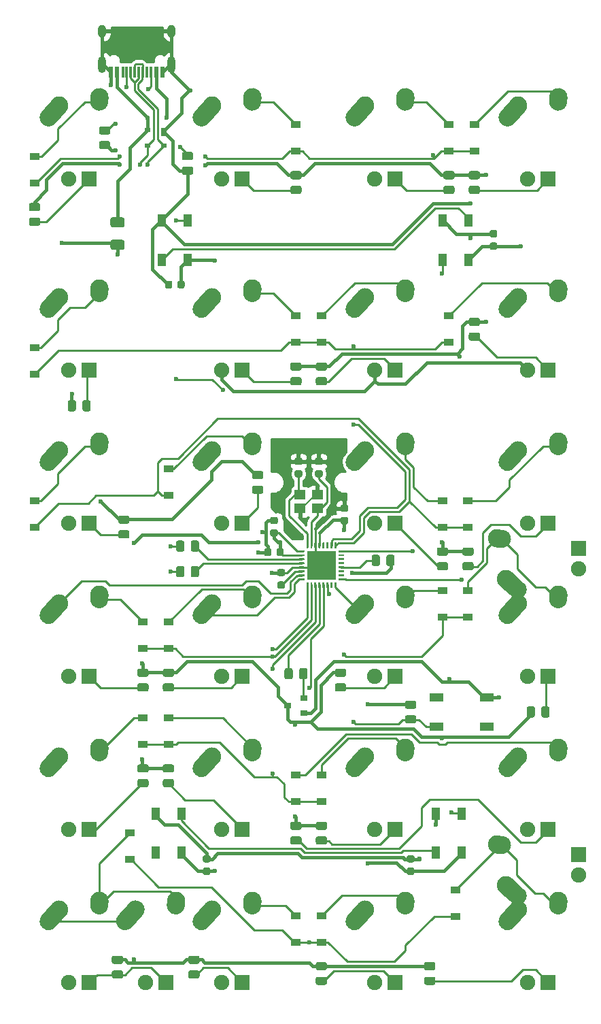
<source format=gbl>
G04 #@! TF.GenerationSoftware,KiCad,Pcbnew,(5.1.10)-1*
G04 #@! TF.CreationDate,2022-03-04T22:43:15+01:00*
G04 #@! TF.ProjectId,Voyager20,566f7961-6765-4723-9230-2e6b69636164,rev?*
G04 #@! TF.SameCoordinates,Original*
G04 #@! TF.FileFunction,Copper,L2,Bot*
G04 #@! TF.FilePolarity,Positive*
%FSLAX46Y46*%
G04 Gerber Fmt 4.6, Leading zero omitted, Abs format (unit mm)*
G04 Created by KiCad (PCBNEW (5.1.10)-1) date 2022-03-04 22:43:15*
%MOMM*%
%LPD*%
G01*
G04 APERTURE LIST*
G04 #@! TA.AperFunction,SMDPad,CuDef*
%ADD10R,1.400000X1.200000*%
G04 #@! TD*
G04 #@! TA.AperFunction,SMDPad,CuDef*
%ADD11R,3.650000X3.650000*%
G04 #@! TD*
G04 #@! TA.AperFunction,SMDPad,CuDef*
%ADD12R,0.900000X0.800000*%
G04 #@! TD*
G04 #@! TA.AperFunction,SMDPad,CuDef*
%ADD13R,1.200000X0.900000*%
G04 #@! TD*
G04 #@! TA.AperFunction,SMDPad,CuDef*
%ADD14R,1.000000X1.500000*%
G04 #@! TD*
G04 #@! TA.AperFunction,ComponentPad*
%ADD15R,1.905000X1.905000*%
G04 #@! TD*
G04 #@! TA.AperFunction,ComponentPad*
%ADD16C,1.905000*%
G04 #@! TD*
G04 #@! TA.AperFunction,ComponentPad*
%ADD17C,2.250000*%
G04 #@! TD*
G04 #@! TA.AperFunction,SMDPad,CuDef*
%ADD18R,1.800000X1.100000*%
G04 #@! TD*
G04 #@! TA.AperFunction,SMDPad,CuDef*
%ADD19R,0.700000X0.600000*%
G04 #@! TD*
G04 #@! TA.AperFunction,SMDPad,CuDef*
%ADD20R,0.700000X1.000000*%
G04 #@! TD*
G04 #@! TA.AperFunction,ComponentPad*
%ADD21O,1.000000X1.600000*%
G04 #@! TD*
G04 #@! TA.AperFunction,ComponentPad*
%ADD22O,1.000000X2.100000*%
G04 #@! TD*
G04 #@! TA.AperFunction,SMDPad,CuDef*
%ADD23R,0.300000X1.450000*%
G04 #@! TD*
G04 #@! TA.AperFunction,SMDPad,CuDef*
%ADD24R,0.600000X1.450000*%
G04 #@! TD*
G04 #@! TA.AperFunction,ViaPad*
%ADD25C,0.600000*%
G04 #@! TD*
G04 #@! TA.AperFunction,Conductor*
%ADD26C,0.254000*%
G04 #@! TD*
G04 #@! TA.AperFunction,Conductor*
%ADD27C,0.381000*%
G04 #@! TD*
G04 #@! TA.AperFunction,Conductor*
%ADD28C,0.203200*%
G04 #@! TD*
G04 #@! TA.AperFunction,Conductor*
%ADD29C,0.100000*%
G04 #@! TD*
G04 APERTURE END LIST*
G04 #@! TA.AperFunction,SMDPad,CuDef*
G36*
G01*
X53012500Y-27006250D02*
X51762500Y-27006250D01*
G75*
G02*
X51512500Y-26756250I0J250000D01*
G01*
X51512500Y-26006250D01*
G75*
G02*
X51762500Y-25756250I250000J0D01*
G01*
X53012500Y-25756250D01*
G75*
G02*
X53262500Y-26006250I0J-250000D01*
G01*
X53262500Y-26756250D01*
G75*
G02*
X53012500Y-27006250I-250000J0D01*
G01*
G37*
G04 #@! TD.AperFunction*
G04 #@! TA.AperFunction,SMDPad,CuDef*
G36*
G01*
X53012500Y-29806250D02*
X51762500Y-29806250D01*
G75*
G02*
X51512500Y-29556250I0J250000D01*
G01*
X51512500Y-28806250D01*
G75*
G02*
X51762500Y-28556250I250000J0D01*
G01*
X53012500Y-28556250D01*
G75*
G02*
X53262500Y-28806250I0J-250000D01*
G01*
X53262500Y-29556250D01*
G75*
G02*
X53012500Y-29806250I-250000J0D01*
G01*
G37*
G04 #@! TD.AperFunction*
D10*
X75100000Y-61968750D03*
X77300000Y-61968750D03*
X77300000Y-60268750D03*
X75100000Y-60268750D03*
D11*
X77787500Y-69056250D03*
G04 #@! TA.AperFunction,SMDPad,CuDef*
G36*
G01*
X75000000Y-67181250D02*
X75625000Y-67181250D01*
G75*
G02*
X75687500Y-67243750I0J-62500D01*
G01*
X75687500Y-67368750D01*
G75*
G02*
X75625000Y-67431250I-62500J0D01*
G01*
X75000000Y-67431250D01*
G75*
G02*
X74937500Y-67368750I0J62500D01*
G01*
X74937500Y-67243750D01*
G75*
G02*
X75000000Y-67181250I62500J0D01*
G01*
G37*
G04 #@! TD.AperFunction*
G04 #@! TA.AperFunction,SMDPad,CuDef*
G36*
G01*
X75000000Y-67681250D02*
X75625000Y-67681250D01*
G75*
G02*
X75687500Y-67743750I0J-62500D01*
G01*
X75687500Y-67868750D01*
G75*
G02*
X75625000Y-67931250I-62500J0D01*
G01*
X75000000Y-67931250D01*
G75*
G02*
X74937500Y-67868750I0J62500D01*
G01*
X74937500Y-67743750D01*
G75*
G02*
X75000000Y-67681250I62500J0D01*
G01*
G37*
G04 #@! TD.AperFunction*
G04 #@! TA.AperFunction,SMDPad,CuDef*
G36*
G01*
X75000000Y-68181250D02*
X75625000Y-68181250D01*
G75*
G02*
X75687500Y-68243750I0J-62500D01*
G01*
X75687500Y-68368750D01*
G75*
G02*
X75625000Y-68431250I-62500J0D01*
G01*
X75000000Y-68431250D01*
G75*
G02*
X74937500Y-68368750I0J62500D01*
G01*
X74937500Y-68243750D01*
G75*
G02*
X75000000Y-68181250I62500J0D01*
G01*
G37*
G04 #@! TD.AperFunction*
G04 #@! TA.AperFunction,SMDPad,CuDef*
G36*
G01*
X75000000Y-68681250D02*
X75625000Y-68681250D01*
G75*
G02*
X75687500Y-68743750I0J-62500D01*
G01*
X75687500Y-68868750D01*
G75*
G02*
X75625000Y-68931250I-62500J0D01*
G01*
X75000000Y-68931250D01*
G75*
G02*
X74937500Y-68868750I0J62500D01*
G01*
X74937500Y-68743750D01*
G75*
G02*
X75000000Y-68681250I62500J0D01*
G01*
G37*
G04 #@! TD.AperFunction*
G04 #@! TA.AperFunction,SMDPad,CuDef*
G36*
G01*
X75000000Y-69181250D02*
X75625000Y-69181250D01*
G75*
G02*
X75687500Y-69243750I0J-62500D01*
G01*
X75687500Y-69368750D01*
G75*
G02*
X75625000Y-69431250I-62500J0D01*
G01*
X75000000Y-69431250D01*
G75*
G02*
X74937500Y-69368750I0J62500D01*
G01*
X74937500Y-69243750D01*
G75*
G02*
X75000000Y-69181250I62500J0D01*
G01*
G37*
G04 #@! TD.AperFunction*
G04 #@! TA.AperFunction,SMDPad,CuDef*
G36*
G01*
X75000000Y-69681250D02*
X75625000Y-69681250D01*
G75*
G02*
X75687500Y-69743750I0J-62500D01*
G01*
X75687500Y-69868750D01*
G75*
G02*
X75625000Y-69931250I-62500J0D01*
G01*
X75000000Y-69931250D01*
G75*
G02*
X74937500Y-69868750I0J62500D01*
G01*
X74937500Y-69743750D01*
G75*
G02*
X75000000Y-69681250I62500J0D01*
G01*
G37*
G04 #@! TD.AperFunction*
G04 #@! TA.AperFunction,SMDPad,CuDef*
G36*
G01*
X75000000Y-70181250D02*
X75625000Y-70181250D01*
G75*
G02*
X75687500Y-70243750I0J-62500D01*
G01*
X75687500Y-70368750D01*
G75*
G02*
X75625000Y-70431250I-62500J0D01*
G01*
X75000000Y-70431250D01*
G75*
G02*
X74937500Y-70368750I0J62500D01*
G01*
X74937500Y-70243750D01*
G75*
G02*
X75000000Y-70181250I62500J0D01*
G01*
G37*
G04 #@! TD.AperFunction*
G04 #@! TA.AperFunction,SMDPad,CuDef*
G36*
G01*
X75000000Y-70681250D02*
X75625000Y-70681250D01*
G75*
G02*
X75687500Y-70743750I0J-62500D01*
G01*
X75687500Y-70868750D01*
G75*
G02*
X75625000Y-70931250I-62500J0D01*
G01*
X75000000Y-70931250D01*
G75*
G02*
X74937500Y-70868750I0J62500D01*
G01*
X74937500Y-70743750D01*
G75*
G02*
X75000000Y-70681250I62500J0D01*
G01*
G37*
G04 #@! TD.AperFunction*
G04 #@! TA.AperFunction,SMDPad,CuDef*
G36*
G01*
X75975000Y-71156250D02*
X76100000Y-71156250D01*
G75*
G02*
X76162500Y-71218750I0J-62500D01*
G01*
X76162500Y-71843750D01*
G75*
G02*
X76100000Y-71906250I-62500J0D01*
G01*
X75975000Y-71906250D01*
G75*
G02*
X75912500Y-71843750I0J62500D01*
G01*
X75912500Y-71218750D01*
G75*
G02*
X75975000Y-71156250I62500J0D01*
G01*
G37*
G04 #@! TD.AperFunction*
G04 #@! TA.AperFunction,SMDPad,CuDef*
G36*
G01*
X76475000Y-71156250D02*
X76600000Y-71156250D01*
G75*
G02*
X76662500Y-71218750I0J-62500D01*
G01*
X76662500Y-71843750D01*
G75*
G02*
X76600000Y-71906250I-62500J0D01*
G01*
X76475000Y-71906250D01*
G75*
G02*
X76412500Y-71843750I0J62500D01*
G01*
X76412500Y-71218750D01*
G75*
G02*
X76475000Y-71156250I62500J0D01*
G01*
G37*
G04 #@! TD.AperFunction*
G04 #@! TA.AperFunction,SMDPad,CuDef*
G36*
G01*
X76975000Y-71156250D02*
X77100000Y-71156250D01*
G75*
G02*
X77162500Y-71218750I0J-62500D01*
G01*
X77162500Y-71843750D01*
G75*
G02*
X77100000Y-71906250I-62500J0D01*
G01*
X76975000Y-71906250D01*
G75*
G02*
X76912500Y-71843750I0J62500D01*
G01*
X76912500Y-71218750D01*
G75*
G02*
X76975000Y-71156250I62500J0D01*
G01*
G37*
G04 #@! TD.AperFunction*
G04 #@! TA.AperFunction,SMDPad,CuDef*
G36*
G01*
X77475000Y-71156250D02*
X77600000Y-71156250D01*
G75*
G02*
X77662500Y-71218750I0J-62500D01*
G01*
X77662500Y-71843750D01*
G75*
G02*
X77600000Y-71906250I-62500J0D01*
G01*
X77475000Y-71906250D01*
G75*
G02*
X77412500Y-71843750I0J62500D01*
G01*
X77412500Y-71218750D01*
G75*
G02*
X77475000Y-71156250I62500J0D01*
G01*
G37*
G04 #@! TD.AperFunction*
G04 #@! TA.AperFunction,SMDPad,CuDef*
G36*
G01*
X77975000Y-71156250D02*
X78100000Y-71156250D01*
G75*
G02*
X78162500Y-71218750I0J-62500D01*
G01*
X78162500Y-71843750D01*
G75*
G02*
X78100000Y-71906250I-62500J0D01*
G01*
X77975000Y-71906250D01*
G75*
G02*
X77912500Y-71843750I0J62500D01*
G01*
X77912500Y-71218750D01*
G75*
G02*
X77975000Y-71156250I62500J0D01*
G01*
G37*
G04 #@! TD.AperFunction*
G04 #@! TA.AperFunction,SMDPad,CuDef*
G36*
G01*
X78475000Y-71156250D02*
X78600000Y-71156250D01*
G75*
G02*
X78662500Y-71218750I0J-62500D01*
G01*
X78662500Y-71843750D01*
G75*
G02*
X78600000Y-71906250I-62500J0D01*
G01*
X78475000Y-71906250D01*
G75*
G02*
X78412500Y-71843750I0J62500D01*
G01*
X78412500Y-71218750D01*
G75*
G02*
X78475000Y-71156250I62500J0D01*
G01*
G37*
G04 #@! TD.AperFunction*
G04 #@! TA.AperFunction,SMDPad,CuDef*
G36*
G01*
X78975000Y-71156250D02*
X79100000Y-71156250D01*
G75*
G02*
X79162500Y-71218750I0J-62500D01*
G01*
X79162500Y-71843750D01*
G75*
G02*
X79100000Y-71906250I-62500J0D01*
G01*
X78975000Y-71906250D01*
G75*
G02*
X78912500Y-71843750I0J62500D01*
G01*
X78912500Y-71218750D01*
G75*
G02*
X78975000Y-71156250I62500J0D01*
G01*
G37*
G04 #@! TD.AperFunction*
G04 #@! TA.AperFunction,SMDPad,CuDef*
G36*
G01*
X79475000Y-71156250D02*
X79600000Y-71156250D01*
G75*
G02*
X79662500Y-71218750I0J-62500D01*
G01*
X79662500Y-71843750D01*
G75*
G02*
X79600000Y-71906250I-62500J0D01*
G01*
X79475000Y-71906250D01*
G75*
G02*
X79412500Y-71843750I0J62500D01*
G01*
X79412500Y-71218750D01*
G75*
G02*
X79475000Y-71156250I62500J0D01*
G01*
G37*
G04 #@! TD.AperFunction*
G04 #@! TA.AperFunction,SMDPad,CuDef*
G36*
G01*
X79950000Y-70681250D02*
X80575000Y-70681250D01*
G75*
G02*
X80637500Y-70743750I0J-62500D01*
G01*
X80637500Y-70868750D01*
G75*
G02*
X80575000Y-70931250I-62500J0D01*
G01*
X79950000Y-70931250D01*
G75*
G02*
X79887500Y-70868750I0J62500D01*
G01*
X79887500Y-70743750D01*
G75*
G02*
X79950000Y-70681250I62500J0D01*
G01*
G37*
G04 #@! TD.AperFunction*
G04 #@! TA.AperFunction,SMDPad,CuDef*
G36*
G01*
X79950000Y-70181250D02*
X80575000Y-70181250D01*
G75*
G02*
X80637500Y-70243750I0J-62500D01*
G01*
X80637500Y-70368750D01*
G75*
G02*
X80575000Y-70431250I-62500J0D01*
G01*
X79950000Y-70431250D01*
G75*
G02*
X79887500Y-70368750I0J62500D01*
G01*
X79887500Y-70243750D01*
G75*
G02*
X79950000Y-70181250I62500J0D01*
G01*
G37*
G04 #@! TD.AperFunction*
G04 #@! TA.AperFunction,SMDPad,CuDef*
G36*
G01*
X79950000Y-69681250D02*
X80575000Y-69681250D01*
G75*
G02*
X80637500Y-69743750I0J-62500D01*
G01*
X80637500Y-69868750D01*
G75*
G02*
X80575000Y-69931250I-62500J0D01*
G01*
X79950000Y-69931250D01*
G75*
G02*
X79887500Y-69868750I0J62500D01*
G01*
X79887500Y-69743750D01*
G75*
G02*
X79950000Y-69681250I62500J0D01*
G01*
G37*
G04 #@! TD.AperFunction*
G04 #@! TA.AperFunction,SMDPad,CuDef*
G36*
G01*
X79950000Y-69181250D02*
X80575000Y-69181250D01*
G75*
G02*
X80637500Y-69243750I0J-62500D01*
G01*
X80637500Y-69368750D01*
G75*
G02*
X80575000Y-69431250I-62500J0D01*
G01*
X79950000Y-69431250D01*
G75*
G02*
X79887500Y-69368750I0J62500D01*
G01*
X79887500Y-69243750D01*
G75*
G02*
X79950000Y-69181250I62500J0D01*
G01*
G37*
G04 #@! TD.AperFunction*
G04 #@! TA.AperFunction,SMDPad,CuDef*
G36*
G01*
X79950000Y-68681250D02*
X80575000Y-68681250D01*
G75*
G02*
X80637500Y-68743750I0J-62500D01*
G01*
X80637500Y-68868750D01*
G75*
G02*
X80575000Y-68931250I-62500J0D01*
G01*
X79950000Y-68931250D01*
G75*
G02*
X79887500Y-68868750I0J62500D01*
G01*
X79887500Y-68743750D01*
G75*
G02*
X79950000Y-68681250I62500J0D01*
G01*
G37*
G04 #@! TD.AperFunction*
G04 #@! TA.AperFunction,SMDPad,CuDef*
G36*
G01*
X79950000Y-68181250D02*
X80575000Y-68181250D01*
G75*
G02*
X80637500Y-68243750I0J-62500D01*
G01*
X80637500Y-68368750D01*
G75*
G02*
X80575000Y-68431250I-62500J0D01*
G01*
X79950000Y-68431250D01*
G75*
G02*
X79887500Y-68368750I0J62500D01*
G01*
X79887500Y-68243750D01*
G75*
G02*
X79950000Y-68181250I62500J0D01*
G01*
G37*
G04 #@! TD.AperFunction*
G04 #@! TA.AperFunction,SMDPad,CuDef*
G36*
G01*
X79950000Y-67681250D02*
X80575000Y-67681250D01*
G75*
G02*
X80637500Y-67743750I0J-62500D01*
G01*
X80637500Y-67868750D01*
G75*
G02*
X80575000Y-67931250I-62500J0D01*
G01*
X79950000Y-67931250D01*
G75*
G02*
X79887500Y-67868750I0J62500D01*
G01*
X79887500Y-67743750D01*
G75*
G02*
X79950000Y-67681250I62500J0D01*
G01*
G37*
G04 #@! TD.AperFunction*
G04 #@! TA.AperFunction,SMDPad,CuDef*
G36*
G01*
X79950000Y-67181250D02*
X80575000Y-67181250D01*
G75*
G02*
X80637500Y-67243750I0J-62500D01*
G01*
X80637500Y-67368750D01*
G75*
G02*
X80575000Y-67431250I-62500J0D01*
G01*
X79950000Y-67431250D01*
G75*
G02*
X79887500Y-67368750I0J62500D01*
G01*
X79887500Y-67243750D01*
G75*
G02*
X79950000Y-67181250I62500J0D01*
G01*
G37*
G04 #@! TD.AperFunction*
G04 #@! TA.AperFunction,SMDPad,CuDef*
G36*
G01*
X79475000Y-66206250D02*
X79600000Y-66206250D01*
G75*
G02*
X79662500Y-66268750I0J-62500D01*
G01*
X79662500Y-66893750D01*
G75*
G02*
X79600000Y-66956250I-62500J0D01*
G01*
X79475000Y-66956250D01*
G75*
G02*
X79412500Y-66893750I0J62500D01*
G01*
X79412500Y-66268750D01*
G75*
G02*
X79475000Y-66206250I62500J0D01*
G01*
G37*
G04 #@! TD.AperFunction*
G04 #@! TA.AperFunction,SMDPad,CuDef*
G36*
G01*
X78975000Y-66206250D02*
X79100000Y-66206250D01*
G75*
G02*
X79162500Y-66268750I0J-62500D01*
G01*
X79162500Y-66893750D01*
G75*
G02*
X79100000Y-66956250I-62500J0D01*
G01*
X78975000Y-66956250D01*
G75*
G02*
X78912500Y-66893750I0J62500D01*
G01*
X78912500Y-66268750D01*
G75*
G02*
X78975000Y-66206250I62500J0D01*
G01*
G37*
G04 #@! TD.AperFunction*
G04 #@! TA.AperFunction,SMDPad,CuDef*
G36*
G01*
X78475000Y-66206250D02*
X78600000Y-66206250D01*
G75*
G02*
X78662500Y-66268750I0J-62500D01*
G01*
X78662500Y-66893750D01*
G75*
G02*
X78600000Y-66956250I-62500J0D01*
G01*
X78475000Y-66956250D01*
G75*
G02*
X78412500Y-66893750I0J62500D01*
G01*
X78412500Y-66268750D01*
G75*
G02*
X78475000Y-66206250I62500J0D01*
G01*
G37*
G04 #@! TD.AperFunction*
G04 #@! TA.AperFunction,SMDPad,CuDef*
G36*
G01*
X77975000Y-66206250D02*
X78100000Y-66206250D01*
G75*
G02*
X78162500Y-66268750I0J-62500D01*
G01*
X78162500Y-66893750D01*
G75*
G02*
X78100000Y-66956250I-62500J0D01*
G01*
X77975000Y-66956250D01*
G75*
G02*
X77912500Y-66893750I0J62500D01*
G01*
X77912500Y-66268750D01*
G75*
G02*
X77975000Y-66206250I62500J0D01*
G01*
G37*
G04 #@! TD.AperFunction*
G04 #@! TA.AperFunction,SMDPad,CuDef*
G36*
G01*
X77475000Y-66206250D02*
X77600000Y-66206250D01*
G75*
G02*
X77662500Y-66268750I0J-62500D01*
G01*
X77662500Y-66893750D01*
G75*
G02*
X77600000Y-66956250I-62500J0D01*
G01*
X77475000Y-66956250D01*
G75*
G02*
X77412500Y-66893750I0J62500D01*
G01*
X77412500Y-66268750D01*
G75*
G02*
X77475000Y-66206250I62500J0D01*
G01*
G37*
G04 #@! TD.AperFunction*
G04 #@! TA.AperFunction,SMDPad,CuDef*
G36*
G01*
X76975000Y-66206250D02*
X77100000Y-66206250D01*
G75*
G02*
X77162500Y-66268750I0J-62500D01*
G01*
X77162500Y-66893750D01*
G75*
G02*
X77100000Y-66956250I-62500J0D01*
G01*
X76975000Y-66956250D01*
G75*
G02*
X76912500Y-66893750I0J62500D01*
G01*
X76912500Y-66268750D01*
G75*
G02*
X76975000Y-66206250I62500J0D01*
G01*
G37*
G04 #@! TD.AperFunction*
G04 #@! TA.AperFunction,SMDPad,CuDef*
G36*
G01*
X76475000Y-66206250D02*
X76600000Y-66206250D01*
G75*
G02*
X76662500Y-66268750I0J-62500D01*
G01*
X76662500Y-66893750D01*
G75*
G02*
X76600000Y-66956250I-62500J0D01*
G01*
X76475000Y-66956250D01*
G75*
G02*
X76412500Y-66893750I0J62500D01*
G01*
X76412500Y-66268750D01*
G75*
G02*
X76475000Y-66206250I62500J0D01*
G01*
G37*
G04 #@! TD.AperFunction*
G04 #@! TA.AperFunction,SMDPad,CuDef*
G36*
G01*
X75975000Y-66206250D02*
X76100000Y-66206250D01*
G75*
G02*
X76162500Y-66268750I0J-62500D01*
G01*
X76162500Y-66893750D01*
G75*
G02*
X76100000Y-66956250I-62500J0D01*
G01*
X75975000Y-66956250D01*
G75*
G02*
X75912500Y-66893750I0J62500D01*
G01*
X75912500Y-66268750D01*
G75*
G02*
X75975000Y-66206250I62500J0D01*
G01*
G37*
G04 #@! TD.AperFunction*
G04 #@! TA.AperFunction,SMDPad,CuDef*
G36*
G01*
X97287501Y-21031250D02*
X96387499Y-21031250D01*
G75*
G02*
X96137500Y-20781251I0J249999D01*
G01*
X96137500Y-20256249D01*
G75*
G02*
X96387499Y-20006250I249999J0D01*
G01*
X97287501Y-20006250D01*
G75*
G02*
X97537500Y-20256249I0J-249999D01*
G01*
X97537500Y-20781251D01*
G75*
G02*
X97287501Y-21031250I-249999J0D01*
G01*
G37*
G04 #@! TD.AperFunction*
G04 #@! TA.AperFunction,SMDPad,CuDef*
G36*
G01*
X97287501Y-22856250D02*
X96387499Y-22856250D01*
G75*
G02*
X96137500Y-22606251I0J249999D01*
G01*
X96137500Y-22081249D01*
G75*
G02*
X96387499Y-21831250I249999J0D01*
G01*
X97287501Y-21831250D01*
G75*
G02*
X97537500Y-22081249I0J-249999D01*
G01*
X97537500Y-22606251D01*
G75*
G02*
X97287501Y-22856250I-249999J0D01*
G01*
G37*
G04 #@! TD.AperFunction*
G04 #@! TA.AperFunction,SMDPad,CuDef*
G36*
G01*
X94112501Y-21031250D02*
X93212499Y-21031250D01*
G75*
G02*
X92962500Y-20781251I0J249999D01*
G01*
X92962500Y-20256249D01*
G75*
G02*
X93212499Y-20006250I249999J0D01*
G01*
X94112501Y-20006250D01*
G75*
G02*
X94362500Y-20256249I0J-249999D01*
G01*
X94362500Y-20781251D01*
G75*
G02*
X94112501Y-21031250I-249999J0D01*
G01*
G37*
G04 #@! TD.AperFunction*
G04 #@! TA.AperFunction,SMDPad,CuDef*
G36*
G01*
X94112501Y-22856250D02*
X93212499Y-22856250D01*
G75*
G02*
X92962500Y-22606251I0J249999D01*
G01*
X92962500Y-22081249D01*
G75*
G02*
X93212499Y-21831250I249999J0D01*
G01*
X94112501Y-21831250D01*
G75*
G02*
X94362500Y-22081249I0J-249999D01*
G01*
X94362500Y-22606251D01*
G75*
G02*
X94112501Y-22856250I-249999J0D01*
G01*
G37*
G04 #@! TD.AperFunction*
G04 #@! TA.AperFunction,SMDPad,CuDef*
G36*
G01*
X75062501Y-21031250D02*
X74162499Y-21031250D01*
G75*
G02*
X73912500Y-20781251I0J249999D01*
G01*
X73912500Y-20256249D01*
G75*
G02*
X74162499Y-20006250I249999J0D01*
G01*
X75062501Y-20006250D01*
G75*
G02*
X75312500Y-20256249I0J-249999D01*
G01*
X75312500Y-20781251D01*
G75*
G02*
X75062501Y-21031250I-249999J0D01*
G01*
G37*
G04 #@! TD.AperFunction*
G04 #@! TA.AperFunction,SMDPad,CuDef*
G36*
G01*
X75062501Y-22856250D02*
X74162499Y-22856250D01*
G75*
G02*
X73912500Y-22606251I0J249999D01*
G01*
X73912500Y-22081249D01*
G75*
G02*
X74162499Y-21831250I249999J0D01*
G01*
X75062501Y-21831250D01*
G75*
G02*
X75312500Y-22081249I0J-249999D01*
G01*
X75312500Y-22606251D01*
G75*
G02*
X75062501Y-22856250I-249999J0D01*
G01*
G37*
G04 #@! TD.AperFunction*
G04 #@! TA.AperFunction,SMDPad,CuDef*
G36*
G01*
X42518751Y-25000000D02*
X41618749Y-25000000D01*
G75*
G02*
X41368750Y-24750001I0J249999D01*
G01*
X41368750Y-24224999D01*
G75*
G02*
X41618749Y-23975000I249999J0D01*
G01*
X42518751Y-23975000D01*
G75*
G02*
X42768750Y-24224999I0J-249999D01*
G01*
X42768750Y-24750001D01*
G75*
G02*
X42518751Y-25000000I-249999J0D01*
G01*
G37*
G04 #@! TD.AperFunction*
G04 #@! TA.AperFunction,SMDPad,CuDef*
G36*
G01*
X42518751Y-26825000D02*
X41618749Y-26825000D01*
G75*
G02*
X41368750Y-26575001I0J249999D01*
G01*
X41368750Y-26049999D01*
G75*
G02*
X41618749Y-25800000I249999J0D01*
G01*
X42518751Y-25800000D01*
G75*
G02*
X42768750Y-26049999I0J-249999D01*
G01*
X42768750Y-26575001D01*
G75*
G02*
X42518751Y-26825000I-249999J0D01*
G01*
G37*
G04 #@! TD.AperFunction*
G04 #@! TA.AperFunction,SMDPad,CuDef*
G36*
G01*
X74212500Y-82099999D02*
X74212500Y-83000001D01*
G75*
G02*
X73962501Y-83250000I-249999J0D01*
G01*
X73437499Y-83250000D01*
G75*
G02*
X73187500Y-83000001I0J249999D01*
G01*
X73187500Y-82099999D01*
G75*
G02*
X73437499Y-81850000I249999J0D01*
G01*
X73962501Y-81850000D01*
G75*
G02*
X74212500Y-82099999I0J-249999D01*
G01*
G37*
G04 #@! TD.AperFunction*
G04 #@! TA.AperFunction,SMDPad,CuDef*
G36*
G01*
X76037500Y-82099999D02*
X76037500Y-83000001D01*
G75*
G02*
X75787501Y-83250000I-249999J0D01*
G01*
X75262499Y-83250000D01*
G75*
G02*
X75012500Y-83000001I0J249999D01*
G01*
X75012500Y-82099999D01*
G75*
G02*
X75262499Y-81850000I249999J0D01*
G01*
X75787501Y-81850000D01*
G75*
G02*
X76037500Y-82099999I0J-249999D01*
G01*
G37*
G04 #@! TD.AperFunction*
G04 #@! TA.AperFunction,SMDPad,CuDef*
G36*
G01*
X91731251Y-119456250D02*
X90831249Y-119456250D01*
G75*
G02*
X90581250Y-119206251I0J249999D01*
G01*
X90581250Y-118681249D01*
G75*
G02*
X90831249Y-118431250I249999J0D01*
G01*
X91731251Y-118431250D01*
G75*
G02*
X91981250Y-118681249I0J-249999D01*
G01*
X91981250Y-119206251D01*
G75*
G02*
X91731251Y-119456250I-249999J0D01*
G01*
G37*
G04 #@! TD.AperFunction*
G04 #@! TA.AperFunction,SMDPad,CuDef*
G36*
G01*
X91731251Y-121281250D02*
X90831249Y-121281250D01*
G75*
G02*
X90581250Y-121031251I0J249999D01*
G01*
X90581250Y-120506249D01*
G75*
G02*
X90831249Y-120256250I249999J0D01*
G01*
X91731251Y-120256250D01*
G75*
G02*
X91981250Y-120506249I0J-249999D01*
G01*
X91981250Y-121031251D01*
G75*
G02*
X91731251Y-121281250I-249999J0D01*
G01*
G37*
G04 #@! TD.AperFunction*
G04 #@! TA.AperFunction,SMDPad,CuDef*
G36*
G01*
X78237501Y-119456250D02*
X77337499Y-119456250D01*
G75*
G02*
X77087500Y-119206251I0J249999D01*
G01*
X77087500Y-118681249D01*
G75*
G02*
X77337499Y-118431250I249999J0D01*
G01*
X78237501Y-118431250D01*
G75*
G02*
X78487500Y-118681249I0J-249999D01*
G01*
X78487500Y-119206251D01*
G75*
G02*
X78237501Y-119456250I-249999J0D01*
G01*
G37*
G04 #@! TD.AperFunction*
G04 #@! TA.AperFunction,SMDPad,CuDef*
G36*
G01*
X78237501Y-121281250D02*
X77337499Y-121281250D01*
G75*
G02*
X77087500Y-121031251I0J249999D01*
G01*
X77087500Y-120506249D01*
G75*
G02*
X77337499Y-120256250I249999J0D01*
G01*
X78237501Y-120256250D01*
G75*
G02*
X78487500Y-120506249I0J-249999D01*
G01*
X78487500Y-121031251D01*
G75*
G02*
X78237501Y-121281250I-249999J0D01*
G01*
G37*
G04 #@! TD.AperFunction*
G04 #@! TA.AperFunction,SMDPad,CuDef*
G36*
G01*
X62362501Y-118662500D02*
X61462499Y-118662500D01*
G75*
G02*
X61212500Y-118412501I0J249999D01*
G01*
X61212500Y-117887499D01*
G75*
G02*
X61462499Y-117637500I249999J0D01*
G01*
X62362501Y-117637500D01*
G75*
G02*
X62612500Y-117887499I0J-249999D01*
G01*
X62612500Y-118412501D01*
G75*
G02*
X62362501Y-118662500I-249999J0D01*
G01*
G37*
G04 #@! TD.AperFunction*
G04 #@! TA.AperFunction,SMDPad,CuDef*
G36*
G01*
X62362501Y-120487500D02*
X61462499Y-120487500D01*
G75*
G02*
X61212500Y-120237501I0J249999D01*
G01*
X61212500Y-119712499D01*
G75*
G02*
X61462499Y-119462500I249999J0D01*
G01*
X62362501Y-119462500D01*
G75*
G02*
X62612500Y-119712499I0J-249999D01*
G01*
X62612500Y-120237501D01*
G75*
G02*
X62362501Y-120487500I-249999J0D01*
G01*
G37*
G04 #@! TD.AperFunction*
G04 #@! TA.AperFunction,SMDPad,CuDef*
G36*
G01*
X52837501Y-118662500D02*
X51937499Y-118662500D01*
G75*
G02*
X51687500Y-118412501I0J249999D01*
G01*
X51687500Y-117887499D01*
G75*
G02*
X51937499Y-117637500I249999J0D01*
G01*
X52837501Y-117637500D01*
G75*
G02*
X53087500Y-117887499I0J-249999D01*
G01*
X53087500Y-118412501D01*
G75*
G02*
X52837501Y-118662500I-249999J0D01*
G01*
G37*
G04 #@! TD.AperFunction*
G04 #@! TA.AperFunction,SMDPad,CuDef*
G36*
G01*
X52837501Y-120487500D02*
X51937499Y-120487500D01*
G75*
G02*
X51687500Y-120237501I0J249999D01*
G01*
X51687500Y-119712499D01*
G75*
G02*
X51937499Y-119462500I249999J0D01*
G01*
X52837501Y-119462500D01*
G75*
G02*
X53087500Y-119712499I0J-249999D01*
G01*
X53087500Y-120237501D01*
G75*
G02*
X52837501Y-120487500I-249999J0D01*
G01*
G37*
G04 #@! TD.AperFunction*
G04 #@! TA.AperFunction,SMDPad,CuDef*
G36*
G01*
X75062501Y-101993750D02*
X74162499Y-101993750D01*
G75*
G02*
X73912500Y-101743751I0J249999D01*
G01*
X73912500Y-101218749D01*
G75*
G02*
X74162499Y-100968750I249999J0D01*
G01*
X75062501Y-100968750D01*
G75*
G02*
X75312500Y-101218749I0J-249999D01*
G01*
X75312500Y-101743751D01*
G75*
G02*
X75062501Y-101993750I-249999J0D01*
G01*
G37*
G04 #@! TD.AperFunction*
G04 #@! TA.AperFunction,SMDPad,CuDef*
G36*
G01*
X75062501Y-103818750D02*
X74162499Y-103818750D01*
G75*
G02*
X73912500Y-103568751I0J249999D01*
G01*
X73912500Y-103043749D01*
G75*
G02*
X74162499Y-102793750I249999J0D01*
G01*
X75062501Y-102793750D01*
G75*
G02*
X75312500Y-103043749I0J-249999D01*
G01*
X75312500Y-103568751D01*
G75*
G02*
X75062501Y-103818750I-249999J0D01*
G01*
G37*
G04 #@! TD.AperFunction*
G04 #@! TA.AperFunction,SMDPad,CuDef*
G36*
G01*
X78237501Y-101993750D02*
X77337499Y-101993750D01*
G75*
G02*
X77087500Y-101743751I0J249999D01*
G01*
X77087500Y-101218749D01*
G75*
G02*
X77337499Y-100968750I249999J0D01*
G01*
X78237501Y-100968750D01*
G75*
G02*
X78487500Y-101218749I0J-249999D01*
G01*
X78487500Y-101743751D01*
G75*
G02*
X78237501Y-101993750I-249999J0D01*
G01*
G37*
G04 #@! TD.AperFunction*
G04 #@! TA.AperFunction,SMDPad,CuDef*
G36*
G01*
X78237501Y-103818750D02*
X77337499Y-103818750D01*
G75*
G02*
X77087500Y-103568751I0J249999D01*
G01*
X77087500Y-103043749D01*
G75*
G02*
X77337499Y-102793750I249999J0D01*
G01*
X78237501Y-102793750D01*
G75*
G02*
X78487500Y-103043749I0J-249999D01*
G01*
X78487500Y-103568751D01*
G75*
G02*
X78237501Y-103818750I-249999J0D01*
G01*
G37*
G04 #@! TD.AperFunction*
G04 #@! TA.AperFunction,SMDPad,CuDef*
G36*
G01*
X59187501Y-94850000D02*
X58287499Y-94850000D01*
G75*
G02*
X58037500Y-94600001I0J249999D01*
G01*
X58037500Y-94074999D01*
G75*
G02*
X58287499Y-93825000I249999J0D01*
G01*
X59187501Y-93825000D01*
G75*
G02*
X59437500Y-94074999I0J-249999D01*
G01*
X59437500Y-94600001D01*
G75*
G02*
X59187501Y-94850000I-249999J0D01*
G01*
G37*
G04 #@! TD.AperFunction*
G04 #@! TA.AperFunction,SMDPad,CuDef*
G36*
G01*
X59187501Y-96675000D02*
X58287499Y-96675000D01*
G75*
G02*
X58037500Y-96425001I0J249999D01*
G01*
X58037500Y-95899999D01*
G75*
G02*
X58287499Y-95650000I249999J0D01*
G01*
X59187501Y-95650000D01*
G75*
G02*
X59437500Y-95899999I0J-249999D01*
G01*
X59437500Y-96425001D01*
G75*
G02*
X59187501Y-96675000I-249999J0D01*
G01*
G37*
G04 #@! TD.AperFunction*
G04 #@! TA.AperFunction,SMDPad,CuDef*
G36*
G01*
X56012501Y-94850000D02*
X55112499Y-94850000D01*
G75*
G02*
X54862500Y-94600001I0J249999D01*
G01*
X54862500Y-94074999D01*
G75*
G02*
X55112499Y-93825000I249999J0D01*
G01*
X56012501Y-93825000D01*
G75*
G02*
X56262500Y-94074999I0J-249999D01*
G01*
X56262500Y-94600001D01*
G75*
G02*
X56012501Y-94850000I-249999J0D01*
G01*
G37*
G04 #@! TD.AperFunction*
G04 #@! TA.AperFunction,SMDPad,CuDef*
G36*
G01*
X56012501Y-96675000D02*
X55112499Y-96675000D01*
G75*
G02*
X54862500Y-96425001I0J249999D01*
G01*
X54862500Y-95899999D01*
G75*
G02*
X55112499Y-95650000I249999J0D01*
G01*
X56012501Y-95650000D01*
G75*
G02*
X56262500Y-95899999I0J-249999D01*
G01*
X56262500Y-96425001D01*
G75*
G02*
X56012501Y-96675000I-249999J0D01*
G01*
G37*
G04 #@! TD.AperFunction*
G04 #@! TA.AperFunction,SMDPad,CuDef*
G36*
G01*
X104375000Y-86862499D02*
X104375000Y-87762501D01*
G75*
G02*
X104125001Y-88012500I-249999J0D01*
G01*
X103599999Y-88012500D01*
G75*
G02*
X103350000Y-87762501I0J249999D01*
G01*
X103350000Y-86862499D01*
G75*
G02*
X103599999Y-86612500I249999J0D01*
G01*
X104125001Y-86612500D01*
G75*
G02*
X104375000Y-86862499I0J-249999D01*
G01*
G37*
G04 #@! TD.AperFunction*
G04 #@! TA.AperFunction,SMDPad,CuDef*
G36*
G01*
X106200000Y-86862499D02*
X106200000Y-87762501D01*
G75*
G02*
X105950001Y-88012500I-249999J0D01*
G01*
X105424999Y-88012500D01*
G75*
G02*
X105175000Y-87762501I0J249999D01*
G01*
X105175000Y-86862499D01*
G75*
G02*
X105424999Y-86612500I249999J0D01*
G01*
X105950001Y-86612500D01*
G75*
G02*
X106200000Y-86862499I0J-249999D01*
G01*
G37*
G04 #@! TD.AperFunction*
G04 #@! TA.AperFunction,SMDPad,CuDef*
G36*
G01*
X80618751Y-82943750D02*
X79718749Y-82943750D01*
G75*
G02*
X79468750Y-82693751I0J249999D01*
G01*
X79468750Y-82168749D01*
G75*
G02*
X79718749Y-81918750I249999J0D01*
G01*
X80618751Y-81918750D01*
G75*
G02*
X80868750Y-82168749I0J-249999D01*
G01*
X80868750Y-82693751D01*
G75*
G02*
X80618751Y-82943750I-249999J0D01*
G01*
G37*
G04 #@! TD.AperFunction*
G04 #@! TA.AperFunction,SMDPad,CuDef*
G36*
G01*
X80618751Y-84768750D02*
X79718749Y-84768750D01*
G75*
G02*
X79468750Y-84518751I0J249999D01*
G01*
X79468750Y-83993749D01*
G75*
G02*
X79718749Y-83743750I249999J0D01*
G01*
X80618751Y-83743750D01*
G75*
G02*
X80868750Y-83993749I0J-249999D01*
G01*
X80868750Y-84518751D01*
G75*
G02*
X80618751Y-84768750I-249999J0D01*
G01*
G37*
G04 #@! TD.AperFunction*
G04 #@! TA.AperFunction,SMDPad,CuDef*
G36*
G01*
X59187501Y-82943750D02*
X58287499Y-82943750D01*
G75*
G02*
X58037500Y-82693751I0J249999D01*
G01*
X58037500Y-82168749D01*
G75*
G02*
X58287499Y-81918750I249999J0D01*
G01*
X59187501Y-81918750D01*
G75*
G02*
X59437500Y-82168749I0J-249999D01*
G01*
X59437500Y-82693751D01*
G75*
G02*
X59187501Y-82943750I-249999J0D01*
G01*
G37*
G04 #@! TD.AperFunction*
G04 #@! TA.AperFunction,SMDPad,CuDef*
G36*
G01*
X59187501Y-84768750D02*
X58287499Y-84768750D01*
G75*
G02*
X58037500Y-84518751I0J249999D01*
G01*
X58037500Y-83993749D01*
G75*
G02*
X58287499Y-83743750I249999J0D01*
G01*
X59187501Y-83743750D01*
G75*
G02*
X59437500Y-83993749I0J-249999D01*
G01*
X59437500Y-84518751D01*
G75*
G02*
X59187501Y-84768750I-249999J0D01*
G01*
G37*
G04 #@! TD.AperFunction*
G04 #@! TA.AperFunction,SMDPad,CuDef*
G36*
G01*
X56012501Y-82943750D02*
X55112499Y-82943750D01*
G75*
G02*
X54862500Y-82693751I0J249999D01*
G01*
X54862500Y-82168749D01*
G75*
G02*
X55112499Y-81918750I249999J0D01*
G01*
X56012501Y-81918750D01*
G75*
G02*
X56262500Y-82168749I0J-249999D01*
G01*
X56262500Y-82693751D01*
G75*
G02*
X56012501Y-82943750I-249999J0D01*
G01*
G37*
G04 #@! TD.AperFunction*
G04 #@! TA.AperFunction,SMDPad,CuDef*
G36*
G01*
X56012501Y-84768750D02*
X55112499Y-84768750D01*
G75*
G02*
X54862500Y-84518751I0J249999D01*
G01*
X54862500Y-83993749D01*
G75*
G02*
X55112499Y-83743750I249999J0D01*
G01*
X56012501Y-83743750D01*
G75*
G02*
X56262500Y-83993749I0J-249999D01*
G01*
X56262500Y-84518751D01*
G75*
G02*
X56012501Y-84768750I-249999J0D01*
G01*
G37*
G04 #@! TD.AperFunction*
G04 #@! TA.AperFunction,SMDPad,CuDef*
G36*
G01*
X96493751Y-67862500D02*
X95593749Y-67862500D01*
G75*
G02*
X95343750Y-67612501I0J249999D01*
G01*
X95343750Y-67087499D01*
G75*
G02*
X95593749Y-66837500I249999J0D01*
G01*
X96493751Y-66837500D01*
G75*
G02*
X96743750Y-67087499I0J-249999D01*
G01*
X96743750Y-67612501D01*
G75*
G02*
X96493751Y-67862500I-249999J0D01*
G01*
G37*
G04 #@! TD.AperFunction*
G04 #@! TA.AperFunction,SMDPad,CuDef*
G36*
G01*
X96493751Y-69687500D02*
X95593749Y-69687500D01*
G75*
G02*
X95343750Y-69437501I0J249999D01*
G01*
X95343750Y-68912499D01*
G75*
G02*
X95593749Y-68662500I249999J0D01*
G01*
X96493751Y-68662500D01*
G75*
G02*
X96743750Y-68912499I0J-249999D01*
G01*
X96743750Y-69437501D01*
G75*
G02*
X96493751Y-69687500I-249999J0D01*
G01*
G37*
G04 #@! TD.AperFunction*
G04 #@! TA.AperFunction,SMDPad,CuDef*
G36*
G01*
X93318751Y-67862500D02*
X92418749Y-67862500D01*
G75*
G02*
X92168750Y-67612501I0J249999D01*
G01*
X92168750Y-67087499D01*
G75*
G02*
X92418749Y-66837500I249999J0D01*
G01*
X93318751Y-66837500D01*
G75*
G02*
X93568750Y-67087499I0J-249999D01*
G01*
X93568750Y-67612501D01*
G75*
G02*
X93318751Y-67862500I-249999J0D01*
G01*
G37*
G04 #@! TD.AperFunction*
G04 #@! TA.AperFunction,SMDPad,CuDef*
G36*
G01*
X93318751Y-69687500D02*
X92418749Y-69687500D01*
G75*
G02*
X92168750Y-69437501I0J249999D01*
G01*
X92168750Y-68912499D01*
G75*
G02*
X92418749Y-68662500I249999J0D01*
G01*
X93318751Y-68662500D01*
G75*
G02*
X93568750Y-68912499I0J-249999D01*
G01*
X93568750Y-69437501D01*
G75*
G02*
X93318751Y-69687500I-249999J0D01*
G01*
G37*
G04 #@! TD.AperFunction*
G04 #@! TA.AperFunction,SMDPad,CuDef*
G36*
G01*
X70300001Y-58337500D02*
X69399999Y-58337500D01*
G75*
G02*
X69150000Y-58087501I0J249999D01*
G01*
X69150000Y-57562499D01*
G75*
G02*
X69399999Y-57312500I249999J0D01*
G01*
X70300001Y-57312500D01*
G75*
G02*
X70550000Y-57562499I0J-249999D01*
G01*
X70550000Y-58087501D01*
G75*
G02*
X70300001Y-58337500I-249999J0D01*
G01*
G37*
G04 #@! TD.AperFunction*
G04 #@! TA.AperFunction,SMDPad,CuDef*
G36*
G01*
X70300001Y-60162500D02*
X69399999Y-60162500D01*
G75*
G02*
X69150000Y-59912501I0J249999D01*
G01*
X69150000Y-59387499D01*
G75*
G02*
X69399999Y-59137500I249999J0D01*
G01*
X70300001Y-59137500D01*
G75*
G02*
X70550000Y-59387499I0J-249999D01*
G01*
X70550000Y-59912501D01*
G75*
G02*
X70300001Y-60162500I-249999J0D01*
G01*
G37*
G04 #@! TD.AperFunction*
G04 #@! TA.AperFunction,SMDPad,CuDef*
G36*
G01*
X53631251Y-63893750D02*
X52731249Y-63893750D01*
G75*
G02*
X52481250Y-63643751I0J249999D01*
G01*
X52481250Y-63118749D01*
G75*
G02*
X52731249Y-62868750I249999J0D01*
G01*
X53631251Y-62868750D01*
G75*
G02*
X53881250Y-63118749I0J-249999D01*
G01*
X53881250Y-63643751D01*
G75*
G02*
X53631251Y-63893750I-249999J0D01*
G01*
G37*
G04 #@! TD.AperFunction*
G04 #@! TA.AperFunction,SMDPad,CuDef*
G36*
G01*
X53631251Y-65718750D02*
X52731249Y-65718750D01*
G75*
G02*
X52481250Y-65468751I0J249999D01*
G01*
X52481250Y-64943749D01*
G75*
G02*
X52731249Y-64693750I249999J0D01*
G01*
X53631251Y-64693750D01*
G75*
G02*
X53881250Y-64943749I0J-249999D01*
G01*
X53881250Y-65468751D01*
G75*
G02*
X53631251Y-65718750I-249999J0D01*
G01*
G37*
G04 #@! TD.AperFunction*
G04 #@! TA.AperFunction,SMDPad,CuDef*
G36*
G01*
X97287501Y-39287500D02*
X96387499Y-39287500D01*
G75*
G02*
X96137500Y-39037501I0J249999D01*
G01*
X96137500Y-38512499D01*
G75*
G02*
X96387499Y-38262500I249999J0D01*
G01*
X97287501Y-38262500D01*
G75*
G02*
X97537500Y-38512499I0J-249999D01*
G01*
X97537500Y-39037501D01*
G75*
G02*
X97287501Y-39287500I-249999J0D01*
G01*
G37*
G04 #@! TD.AperFunction*
G04 #@! TA.AperFunction,SMDPad,CuDef*
G36*
G01*
X97287501Y-41112500D02*
X96387499Y-41112500D01*
G75*
G02*
X96137500Y-40862501I0J249999D01*
G01*
X96137500Y-40337499D01*
G75*
G02*
X96387499Y-40087500I249999J0D01*
G01*
X97287501Y-40087500D01*
G75*
G02*
X97537500Y-40337499I0J-249999D01*
G01*
X97537500Y-40862501D01*
G75*
G02*
X97287501Y-41112500I-249999J0D01*
G01*
G37*
G04 #@! TD.AperFunction*
G04 #@! TA.AperFunction,SMDPad,CuDef*
G36*
G01*
X78237501Y-44843750D02*
X77337499Y-44843750D01*
G75*
G02*
X77087500Y-44593751I0J249999D01*
G01*
X77087500Y-44068749D01*
G75*
G02*
X77337499Y-43818750I249999J0D01*
G01*
X78237501Y-43818750D01*
G75*
G02*
X78487500Y-44068749I0J-249999D01*
G01*
X78487500Y-44593751D01*
G75*
G02*
X78237501Y-44843750I-249999J0D01*
G01*
G37*
G04 #@! TD.AperFunction*
G04 #@! TA.AperFunction,SMDPad,CuDef*
G36*
G01*
X78237501Y-46668750D02*
X77337499Y-46668750D01*
G75*
G02*
X77087500Y-46418751I0J249999D01*
G01*
X77087500Y-45893749D01*
G75*
G02*
X77337499Y-45643750I249999J0D01*
G01*
X78237501Y-45643750D01*
G75*
G02*
X78487500Y-45893749I0J-249999D01*
G01*
X78487500Y-46418751D01*
G75*
G02*
X78237501Y-46668750I-249999J0D01*
G01*
G37*
G04 #@! TD.AperFunction*
G04 #@! TA.AperFunction,SMDPad,CuDef*
G36*
G01*
X75062501Y-44843750D02*
X74162499Y-44843750D01*
G75*
G02*
X73912500Y-44593751I0J249999D01*
G01*
X73912500Y-44068749D01*
G75*
G02*
X74162499Y-43818750I249999J0D01*
G01*
X75062501Y-43818750D01*
G75*
G02*
X75312500Y-44068749I0J-249999D01*
G01*
X75312500Y-44593751D01*
G75*
G02*
X75062501Y-44843750I-249999J0D01*
G01*
G37*
G04 #@! TD.AperFunction*
G04 #@! TA.AperFunction,SMDPad,CuDef*
G36*
G01*
X75062501Y-46668750D02*
X74162499Y-46668750D01*
G75*
G02*
X73912500Y-46418751I0J249999D01*
G01*
X73912500Y-45893749D01*
G75*
G02*
X74162499Y-45643750I249999J0D01*
G01*
X75062501Y-45643750D01*
G75*
G02*
X75312500Y-45893749I0J-249999D01*
G01*
X75312500Y-46418751D01*
G75*
G02*
X75062501Y-46668750I-249999J0D01*
G01*
G37*
G04 #@! TD.AperFunction*
G04 #@! TA.AperFunction,SMDPad,CuDef*
G36*
G01*
X47225000Y-48762499D02*
X47225000Y-49662501D01*
G75*
G02*
X46975001Y-49912500I-249999J0D01*
G01*
X46449999Y-49912500D01*
G75*
G02*
X46200000Y-49662501I0J249999D01*
G01*
X46200000Y-48762499D01*
G75*
G02*
X46449999Y-48512500I249999J0D01*
G01*
X46975001Y-48512500D01*
G75*
G02*
X47225000Y-48762499I0J-249999D01*
G01*
G37*
G04 #@! TD.AperFunction*
G04 #@! TA.AperFunction,SMDPad,CuDef*
G36*
G01*
X49050000Y-48762499D02*
X49050000Y-49662501D01*
G75*
G02*
X48800001Y-49912500I-249999J0D01*
G01*
X48274999Y-49912500D01*
G75*
G02*
X48025000Y-49662501I0J249999D01*
G01*
X48025000Y-48762499D01*
G75*
G02*
X48274999Y-48512500I249999J0D01*
G01*
X48800001Y-48512500D01*
G75*
G02*
X49050000Y-48762499I0J-249999D01*
G01*
G37*
G04 #@! TD.AperFunction*
G04 #@! TA.AperFunction,SMDPad,CuDef*
G36*
G01*
X50349999Y-16275000D02*
X51250001Y-16275000D01*
G75*
G02*
X51500000Y-16524999I0J-249999D01*
G01*
X51500000Y-17050001D01*
G75*
G02*
X51250001Y-17300000I-249999J0D01*
G01*
X50349999Y-17300000D01*
G75*
G02*
X50100000Y-17050001I0J249999D01*
G01*
X50100000Y-16524999D01*
G75*
G02*
X50349999Y-16275000I249999J0D01*
G01*
G37*
G04 #@! TD.AperFunction*
G04 #@! TA.AperFunction,SMDPad,CuDef*
G36*
G01*
X50349999Y-14450000D02*
X51250001Y-14450000D01*
G75*
G02*
X51500000Y-14699999I0J-249999D01*
G01*
X51500000Y-15225001D01*
G75*
G02*
X51250001Y-15475000I-249999J0D01*
G01*
X50349999Y-15475000D01*
G75*
G02*
X50100000Y-15225001I0J249999D01*
G01*
X50100000Y-14699999D01*
G75*
G02*
X50349999Y-14450000I249999J0D01*
G01*
G37*
G04 #@! TD.AperFunction*
G04 #@! TA.AperFunction,SMDPad,CuDef*
G36*
G01*
X85071000Y-68002999D02*
X85071000Y-68903001D01*
G75*
G02*
X84821001Y-69153000I-249999J0D01*
G01*
X84295999Y-69153000D01*
G75*
G02*
X84046000Y-68903001I0J249999D01*
G01*
X84046000Y-68002999D01*
G75*
G02*
X84295999Y-67753000I249999J0D01*
G01*
X84821001Y-67753000D01*
G75*
G02*
X85071000Y-68002999I0J-249999D01*
G01*
G37*
G04 #@! TD.AperFunction*
G04 #@! TA.AperFunction,SMDPad,CuDef*
G36*
G01*
X86896000Y-68002999D02*
X86896000Y-68903001D01*
G75*
G02*
X86646001Y-69153000I-249999J0D01*
G01*
X86120999Y-69153000D01*
G75*
G02*
X85871000Y-68903001I0J249999D01*
G01*
X85871000Y-68002999D01*
G75*
G02*
X86120999Y-67753000I249999J0D01*
G01*
X86646001Y-67753000D01*
G75*
G02*
X86896000Y-68002999I0J-249999D01*
G01*
G37*
G04 #@! TD.AperFunction*
G04 #@! TA.AperFunction,SMDPad,CuDef*
G36*
G01*
X60668749Y-19450000D02*
X61568751Y-19450000D01*
G75*
G02*
X61818750Y-19699999I0J-249999D01*
G01*
X61818750Y-20225001D01*
G75*
G02*
X61568751Y-20475000I-249999J0D01*
G01*
X60668749Y-20475000D01*
G75*
G02*
X60418750Y-20225001I0J249999D01*
G01*
X60418750Y-19699999D01*
G75*
G02*
X60668749Y-19450000I249999J0D01*
G01*
G37*
G04 #@! TD.AperFunction*
G04 #@! TA.AperFunction,SMDPad,CuDef*
G36*
G01*
X60668749Y-17625000D02*
X61568751Y-17625000D01*
G75*
G02*
X61818750Y-17874999I0J-249999D01*
G01*
X61818750Y-18400001D01*
G75*
G02*
X61568751Y-18650000I-249999J0D01*
G01*
X60668749Y-18650000D01*
G75*
G02*
X60418750Y-18400001I0J249999D01*
G01*
X60418750Y-17874999D01*
G75*
G02*
X60668749Y-17625000I249999J0D01*
G01*
G37*
G04 #@! TD.AperFunction*
G04 #@! TA.AperFunction,SMDPad,CuDef*
G36*
G01*
X61518750Y-70300001D02*
X61518750Y-69399999D01*
G75*
G02*
X61768749Y-69150000I249999J0D01*
G01*
X62293751Y-69150000D01*
G75*
G02*
X62543750Y-69399999I0J-249999D01*
G01*
X62543750Y-70300001D01*
G75*
G02*
X62293751Y-70550000I-249999J0D01*
G01*
X61768749Y-70550000D01*
G75*
G02*
X61518750Y-70300001I0J249999D01*
G01*
G37*
G04 #@! TD.AperFunction*
G04 #@! TA.AperFunction,SMDPad,CuDef*
G36*
G01*
X59693750Y-70300001D02*
X59693750Y-69399999D01*
G75*
G02*
X59943749Y-69150000I249999J0D01*
G01*
X60468751Y-69150000D01*
G75*
G02*
X60718750Y-69399999I0J-249999D01*
G01*
X60718750Y-70300001D01*
G75*
G02*
X60468751Y-70550000I-249999J0D01*
G01*
X59943749Y-70550000D01*
G75*
G02*
X59693750Y-70300001I0J249999D01*
G01*
G37*
G04 #@! TD.AperFunction*
G04 #@! TA.AperFunction,SMDPad,CuDef*
G36*
G01*
X60718750Y-66224999D02*
X60718750Y-67125001D01*
G75*
G02*
X60468751Y-67375000I-249999J0D01*
G01*
X59943749Y-67375000D01*
G75*
G02*
X59693750Y-67125001I0J249999D01*
G01*
X59693750Y-66224999D01*
G75*
G02*
X59943749Y-65975000I249999J0D01*
G01*
X60468751Y-65975000D01*
G75*
G02*
X60718750Y-66224999I0J-249999D01*
G01*
G37*
G04 #@! TD.AperFunction*
G04 #@! TA.AperFunction,SMDPad,CuDef*
G36*
G01*
X62543750Y-66224999D02*
X62543750Y-67125001D01*
G75*
G02*
X62293751Y-67375000I-249999J0D01*
G01*
X61768749Y-67375000D01*
G75*
G02*
X61518750Y-67125001I0J249999D01*
G01*
X61518750Y-66224999D01*
G75*
G02*
X61768749Y-65975000I249999J0D01*
G01*
X62293751Y-65975000D01*
G75*
G02*
X62543750Y-66224999I0J-249999D01*
G01*
G37*
G04 #@! TD.AperFunction*
G04 #@! TA.AperFunction,SMDPad,CuDef*
G36*
G01*
X88449999Y-87712500D02*
X89350001Y-87712500D01*
G75*
G02*
X89600000Y-87962499I0J-249999D01*
G01*
X89600000Y-88487501D01*
G75*
G02*
X89350001Y-88737500I-249999J0D01*
G01*
X88449999Y-88737500D01*
G75*
G02*
X88200000Y-88487501I0J249999D01*
G01*
X88200000Y-87962499D01*
G75*
G02*
X88449999Y-87712500I249999J0D01*
G01*
G37*
G04 #@! TD.AperFunction*
G04 #@! TA.AperFunction,SMDPad,CuDef*
G36*
G01*
X88449999Y-85887500D02*
X89350001Y-85887500D01*
G75*
G02*
X89600000Y-86137499I0J-249999D01*
G01*
X89600000Y-86662501D01*
G75*
G02*
X89350001Y-86912500I-249999J0D01*
G01*
X88449999Y-86912500D01*
G75*
G02*
X88200000Y-86662501I0J249999D01*
G01*
X88200000Y-86137499D01*
G75*
G02*
X88449999Y-85887500I249999J0D01*
G01*
G37*
G04 #@! TD.AperFunction*
D12*
X73612500Y-86518750D03*
X75612500Y-87468750D03*
X75612500Y-85568750D03*
D13*
X96837500Y-14225000D03*
X96837500Y-17525000D03*
X93662500Y-14225000D03*
X93662500Y-17525000D03*
X74612500Y-14225000D03*
X74612500Y-17525000D03*
X42068750Y-18193750D03*
X42068750Y-21493750D03*
D14*
X60337500Y-104843750D03*
X57137500Y-104843750D03*
X60337500Y-99943750D03*
X57137500Y-99943750D03*
X95262500Y-104843750D03*
X92062500Y-104843750D03*
X95262500Y-99943750D03*
X92062500Y-99943750D03*
D13*
X94456250Y-109475000D03*
X94456250Y-112775000D03*
X77787500Y-112650000D03*
X77787500Y-115950000D03*
X74612500Y-112650000D03*
X74612500Y-115950000D03*
X53975000Y-102331250D03*
X53975000Y-105631250D03*
D14*
X96056250Y-31025000D03*
X92856250Y-31025000D03*
X96056250Y-26125000D03*
X92856250Y-26125000D03*
D13*
X74612500Y-95187500D03*
X74612500Y-98487500D03*
X77787500Y-95187500D03*
X77787500Y-98487500D03*
X58737500Y-88043750D03*
X58737500Y-91343750D03*
X55562500Y-88043750D03*
X55562500Y-91343750D03*
X96043750Y-72168750D03*
X96043750Y-75468750D03*
X92868750Y-72168750D03*
X92868750Y-75468750D03*
X58737500Y-76137500D03*
X58737500Y-79437500D03*
X55562500Y-76137500D03*
X55562500Y-79437500D03*
D14*
X61131250Y-31025000D03*
X57931250Y-31025000D03*
X61131250Y-26125000D03*
X57931250Y-26125000D03*
D13*
X96043750Y-61056250D03*
X96043750Y-64356250D03*
X92868750Y-61056250D03*
X92868750Y-64356250D03*
X58737500Y-57087500D03*
X58737500Y-60387500D03*
X42068750Y-61056250D03*
X42068750Y-64356250D03*
X93662500Y-38037500D03*
X93662500Y-41337500D03*
X77787500Y-38037500D03*
X77787500Y-41337500D03*
X74612500Y-38037500D03*
X74612500Y-41337500D03*
X42068750Y-42006250D03*
X42068750Y-45306250D03*
G04 #@! TA.AperFunction,SMDPad,CuDef*
G36*
G01*
X75180000Y-56571000D02*
X74680000Y-56571000D01*
G75*
G02*
X74455000Y-56346000I0J225000D01*
G01*
X74455000Y-55896000D01*
G75*
G02*
X74680000Y-55671000I225000J0D01*
G01*
X75180000Y-55671000D01*
G75*
G02*
X75405000Y-55896000I0J-225000D01*
G01*
X75405000Y-56346000D01*
G75*
G02*
X75180000Y-56571000I-225000J0D01*
G01*
G37*
G04 #@! TD.AperFunction*
G04 #@! TA.AperFunction,SMDPad,CuDef*
G36*
G01*
X75180000Y-58121000D02*
X74680000Y-58121000D01*
G75*
G02*
X74455000Y-57896000I0J225000D01*
G01*
X74455000Y-57446000D01*
G75*
G02*
X74680000Y-57221000I225000J0D01*
G01*
X75180000Y-57221000D01*
G75*
G02*
X75405000Y-57446000I0J-225000D01*
G01*
X75405000Y-57896000D01*
G75*
G02*
X75180000Y-58121000I-225000J0D01*
G01*
G37*
G04 #@! TD.AperFunction*
G04 #@! TA.AperFunction,SMDPad,CuDef*
G36*
G01*
X77720000Y-56571000D02*
X77220000Y-56571000D01*
G75*
G02*
X76995000Y-56346000I0J225000D01*
G01*
X76995000Y-55896000D01*
G75*
G02*
X77220000Y-55671000I225000J0D01*
G01*
X77720000Y-55671000D01*
G75*
G02*
X77945000Y-55896000I0J-225000D01*
G01*
X77945000Y-56346000D01*
G75*
G02*
X77720000Y-56571000I-225000J0D01*
G01*
G37*
G04 #@! TD.AperFunction*
G04 #@! TA.AperFunction,SMDPad,CuDef*
G36*
G01*
X77720000Y-58121000D02*
X77220000Y-58121000D01*
G75*
G02*
X76995000Y-57896000I0J225000D01*
G01*
X76995000Y-57446000D01*
G75*
G02*
X77220000Y-57221000I225000J0D01*
G01*
X77720000Y-57221000D01*
G75*
G02*
X77945000Y-57446000I0J-225000D01*
G01*
X77945000Y-57896000D01*
G75*
G02*
X77720000Y-58121000I-225000J0D01*
G01*
G37*
G04 #@! TD.AperFunction*
G04 #@! TA.AperFunction,SMDPad,CuDef*
G36*
G01*
X73021000Y-70414000D02*
X72521000Y-70414000D01*
G75*
G02*
X72296000Y-70189000I0J225000D01*
G01*
X72296000Y-69739000D01*
G75*
G02*
X72521000Y-69514000I225000J0D01*
G01*
X73021000Y-69514000D01*
G75*
G02*
X73246000Y-69739000I0J-225000D01*
G01*
X73246000Y-70189000D01*
G75*
G02*
X73021000Y-70414000I-225000J0D01*
G01*
G37*
G04 #@! TD.AperFunction*
G04 #@! TA.AperFunction,SMDPad,CuDef*
G36*
G01*
X73021000Y-71964000D02*
X72521000Y-71964000D01*
G75*
G02*
X72296000Y-71739000I0J225000D01*
G01*
X72296000Y-71289000D01*
G75*
G02*
X72521000Y-71064000I225000J0D01*
G01*
X73021000Y-71064000D01*
G75*
G02*
X73246000Y-71289000I0J-225000D01*
G01*
X73246000Y-71739000D01*
G75*
G02*
X73021000Y-71964000I-225000J0D01*
G01*
G37*
G04 #@! TD.AperFunction*
G04 #@! TA.AperFunction,SMDPad,CuDef*
G36*
G01*
X80895000Y-62413000D02*
X80395000Y-62413000D01*
G75*
G02*
X80170000Y-62188000I0J225000D01*
G01*
X80170000Y-61738000D01*
G75*
G02*
X80395000Y-61513000I225000J0D01*
G01*
X80895000Y-61513000D01*
G75*
G02*
X81120000Y-61738000I0J-225000D01*
G01*
X81120000Y-62188000D01*
G75*
G02*
X80895000Y-62413000I-225000J0D01*
G01*
G37*
G04 #@! TD.AperFunction*
G04 #@! TA.AperFunction,SMDPad,CuDef*
G36*
G01*
X80895000Y-63963000D02*
X80395000Y-63963000D01*
G75*
G02*
X80170000Y-63738000I0J225000D01*
G01*
X80170000Y-63288000D01*
G75*
G02*
X80395000Y-63063000I225000J0D01*
G01*
X80895000Y-63063000D01*
G75*
G02*
X81120000Y-63288000I0J-225000D01*
G01*
X81120000Y-63738000D01*
G75*
G02*
X80895000Y-63963000I-225000J0D01*
G01*
G37*
G04 #@! TD.AperFunction*
G04 #@! TA.AperFunction,SMDPad,CuDef*
G36*
G01*
X71557000Y-67187000D02*
X71557000Y-67687000D01*
G75*
G02*
X71332000Y-67912000I-225000J0D01*
G01*
X70882000Y-67912000D01*
G75*
G02*
X70657000Y-67687000I0J225000D01*
G01*
X70657000Y-67187000D01*
G75*
G02*
X70882000Y-66962000I225000J0D01*
G01*
X71332000Y-66962000D01*
G75*
G02*
X71557000Y-67187000I0J-225000D01*
G01*
G37*
G04 #@! TD.AperFunction*
G04 #@! TA.AperFunction,SMDPad,CuDef*
G36*
G01*
X73107000Y-67187000D02*
X73107000Y-67687000D01*
G75*
G02*
X72882000Y-67912000I-225000J0D01*
G01*
X72432000Y-67912000D01*
G75*
G02*
X72207000Y-67687000I0J225000D01*
G01*
X72207000Y-67187000D01*
G75*
G02*
X72432000Y-66962000I225000J0D01*
G01*
X72882000Y-66962000D01*
G75*
G02*
X73107000Y-67187000I0J-225000D01*
G01*
G37*
G04 #@! TD.AperFunction*
G04 #@! TA.AperFunction,SMDPad,CuDef*
G36*
G01*
X72132000Y-63937000D02*
X71632000Y-63937000D01*
G75*
G02*
X71407000Y-63712000I0J225000D01*
G01*
X71407000Y-63262000D01*
G75*
G02*
X71632000Y-63037000I225000J0D01*
G01*
X72132000Y-63037000D01*
G75*
G02*
X72357000Y-63262000I0J-225000D01*
G01*
X72357000Y-63712000D01*
G75*
G02*
X72132000Y-63937000I-225000J0D01*
G01*
G37*
G04 #@! TD.AperFunction*
G04 #@! TA.AperFunction,SMDPad,CuDef*
G36*
G01*
X72132000Y-65487000D02*
X71632000Y-65487000D01*
G75*
G02*
X71407000Y-65262000I0J225000D01*
G01*
X71407000Y-64812000D01*
G75*
G02*
X71632000Y-64587000I225000J0D01*
G01*
X72132000Y-64587000D01*
G75*
G02*
X72357000Y-64812000I0J-225000D01*
G01*
X72357000Y-65262000D01*
G75*
G02*
X72132000Y-65487000I-225000J0D01*
G01*
G37*
G04 #@! TD.AperFunction*
G04 #@! TA.AperFunction,SMDPad,CuDef*
G36*
G01*
X59206250Y-33881250D02*
X59206250Y-34381250D01*
G75*
G02*
X58981250Y-34606250I-225000J0D01*
G01*
X58531250Y-34606250D01*
G75*
G02*
X58306250Y-34381250I0J225000D01*
G01*
X58306250Y-33881250D01*
G75*
G02*
X58531250Y-33656250I225000J0D01*
G01*
X58981250Y-33656250D01*
G75*
G02*
X59206250Y-33881250I0J-225000D01*
G01*
G37*
G04 #@! TD.AperFunction*
G04 #@! TA.AperFunction,SMDPad,CuDef*
G36*
G01*
X60756250Y-33881250D02*
X60756250Y-34381250D01*
G75*
G02*
X60531250Y-34606250I-225000J0D01*
G01*
X60081250Y-34606250D01*
G75*
G02*
X59856250Y-34381250I0J225000D01*
G01*
X59856250Y-33881250D01*
G75*
G02*
X60081250Y-33656250I225000J0D01*
G01*
X60531250Y-33656250D01*
G75*
G02*
X60756250Y-33881250I0J-225000D01*
G01*
G37*
G04 #@! TD.AperFunction*
G04 #@! TA.AperFunction,SMDPad,CuDef*
G36*
G01*
X99468750Y-28250000D02*
X98968750Y-28250000D01*
G75*
G02*
X98743750Y-28025000I0J225000D01*
G01*
X98743750Y-27575000D01*
G75*
G02*
X98968750Y-27350000I225000J0D01*
G01*
X99468750Y-27350000D01*
G75*
G02*
X99693750Y-27575000I0J-225000D01*
G01*
X99693750Y-28025000D01*
G75*
G02*
X99468750Y-28250000I-225000J0D01*
G01*
G37*
G04 #@! TD.AperFunction*
G04 #@! TA.AperFunction,SMDPad,CuDef*
G36*
G01*
X99468750Y-29800000D02*
X98968750Y-29800000D01*
G75*
G02*
X98743750Y-29575000I0J225000D01*
G01*
X98743750Y-29125000D01*
G75*
G02*
X98968750Y-28900000I225000J0D01*
G01*
X99468750Y-28900000D01*
G75*
G02*
X99693750Y-29125000I0J-225000D01*
G01*
X99693750Y-29575000D01*
G75*
G02*
X99468750Y-29800000I-225000J0D01*
G01*
G37*
G04 #@! TD.AperFunction*
G04 #@! TA.AperFunction,SMDPad,CuDef*
G36*
G01*
X63750000Y-106037500D02*
X63250000Y-106037500D01*
G75*
G02*
X63025000Y-105812500I0J225000D01*
G01*
X63025000Y-105362500D01*
G75*
G02*
X63250000Y-105137500I225000J0D01*
G01*
X63750000Y-105137500D01*
G75*
G02*
X63975000Y-105362500I0J-225000D01*
G01*
X63975000Y-105812500D01*
G75*
G02*
X63750000Y-106037500I-225000J0D01*
G01*
G37*
G04 #@! TD.AperFunction*
G04 #@! TA.AperFunction,SMDPad,CuDef*
G36*
G01*
X63750000Y-107587500D02*
X63250000Y-107587500D01*
G75*
G02*
X63025000Y-107362500I0J225000D01*
G01*
X63025000Y-106912500D01*
G75*
G02*
X63250000Y-106687500I225000J0D01*
G01*
X63750000Y-106687500D01*
G75*
G02*
X63975000Y-106912500I0J-225000D01*
G01*
X63975000Y-107362500D01*
G75*
G02*
X63750000Y-107587500I-225000J0D01*
G01*
G37*
G04 #@! TD.AperFunction*
G04 #@! TA.AperFunction,SMDPad,CuDef*
G36*
G01*
X89150000Y-106037500D02*
X88650000Y-106037500D01*
G75*
G02*
X88425000Y-105812500I0J225000D01*
G01*
X88425000Y-105362500D01*
G75*
G02*
X88650000Y-105137500I225000J0D01*
G01*
X89150000Y-105137500D01*
G75*
G02*
X89375000Y-105362500I0J-225000D01*
G01*
X89375000Y-105812500D01*
G75*
G02*
X89150000Y-106037500I-225000J0D01*
G01*
G37*
G04 #@! TD.AperFunction*
G04 #@! TA.AperFunction,SMDPad,CuDef*
G36*
G01*
X89150000Y-107587500D02*
X88650000Y-107587500D01*
G75*
G02*
X88425000Y-107362500I0J225000D01*
G01*
X88425000Y-106912500D01*
G75*
G02*
X88650000Y-106687500I225000J0D01*
G01*
X89150000Y-106687500D01*
G75*
G02*
X89375000Y-106912500I0J-225000D01*
G01*
X89375000Y-107362500D01*
G75*
G02*
X89150000Y-107587500I-225000J0D01*
G01*
G37*
G04 #@! TD.AperFunction*
D15*
X48895000Y-44767500D03*
D16*
X46355000Y-44767500D03*
D17*
X45125000Y-35687500D03*
G04 #@! TA.AperFunction,ComponentPad*
G36*
G01*
X43063688Y-37984850D02*
X43063683Y-37984845D01*
G75*
G02*
X42977655Y-36396183I751317J837345D01*
G01*
X44287657Y-34936183D01*
G75*
G02*
X45876319Y-34850155I837345J-751317D01*
G01*
X45876319Y-34850155D01*
G75*
G02*
X45962347Y-36438817I-751317J-837345D01*
G01*
X44652345Y-37898817D01*
G75*
G02*
X43063683Y-37984845I-837345J751317D01*
G01*
G37*
G04 #@! TD.AperFunction*
X50165000Y-34607500D03*
G04 #@! TA.AperFunction,ComponentPad*
G36*
G01*
X50048483Y-36309895D02*
X50047597Y-36309834D01*
G75*
G02*
X49002666Y-35110097I77403J1122334D01*
G01*
X49042666Y-34530097D01*
G75*
G02*
X50242403Y-33485166I1122334J-77403D01*
G01*
X50242403Y-33485166D01*
G75*
G02*
X51287334Y-34684903I-77403J-1122334D01*
G01*
X51247334Y-35264903D01*
G75*
G02*
X50047597Y-36309834I-1122334J77403D01*
G01*
G37*
G04 #@! TD.AperFunction*
D15*
X67945000Y-44767500D03*
D16*
X65405000Y-44767500D03*
D17*
X64175000Y-35687500D03*
G04 #@! TA.AperFunction,ComponentPad*
G36*
G01*
X62113688Y-37984850D02*
X62113683Y-37984845D01*
G75*
G02*
X62027655Y-36396183I751317J837345D01*
G01*
X63337657Y-34936183D01*
G75*
G02*
X64926319Y-34850155I837345J-751317D01*
G01*
X64926319Y-34850155D01*
G75*
G02*
X65012347Y-36438817I-751317J-837345D01*
G01*
X63702345Y-37898817D01*
G75*
G02*
X62113683Y-37984845I-837345J751317D01*
G01*
G37*
G04 #@! TD.AperFunction*
X69215000Y-34607500D03*
G04 #@! TA.AperFunction,ComponentPad*
G36*
G01*
X69098483Y-36309895D02*
X69097597Y-36309834D01*
G75*
G02*
X68052666Y-35110097I77403J1122334D01*
G01*
X68092666Y-34530097D01*
G75*
G02*
X69292403Y-33485166I1122334J-77403D01*
G01*
X69292403Y-33485166D01*
G75*
G02*
X70337334Y-34684903I-77403J-1122334D01*
G01*
X70297334Y-35264903D01*
G75*
G02*
X69097597Y-36309834I-1122334J77403D01*
G01*
G37*
G04 #@! TD.AperFunction*
G04 #@! TA.AperFunction,ComponentPad*
G36*
G01*
X88148483Y-36309895D02*
X88147597Y-36309834D01*
G75*
G02*
X87102666Y-35110097I77403J1122334D01*
G01*
X87142666Y-34530097D01*
G75*
G02*
X88342403Y-33485166I1122334J-77403D01*
G01*
X88342403Y-33485166D01*
G75*
G02*
X89387334Y-34684903I-77403J-1122334D01*
G01*
X89347334Y-35264903D01*
G75*
G02*
X88147597Y-36309834I-1122334J77403D01*
G01*
G37*
G04 #@! TD.AperFunction*
X88265000Y-34607500D03*
G04 #@! TA.AperFunction,ComponentPad*
G36*
G01*
X81163688Y-37984850D02*
X81163683Y-37984845D01*
G75*
G02*
X81077655Y-36396183I751317J837345D01*
G01*
X82387657Y-34936183D01*
G75*
G02*
X83976319Y-34850155I837345J-751317D01*
G01*
X83976319Y-34850155D01*
G75*
G02*
X84062347Y-36438817I-751317J-837345D01*
G01*
X82752345Y-37898817D01*
G75*
G02*
X81163683Y-37984845I-837345J751317D01*
G01*
G37*
G04 #@! TD.AperFunction*
X83225000Y-35687500D03*
D16*
X84455000Y-44767500D03*
D15*
X86995000Y-44767500D03*
G04 #@! TA.AperFunction,ComponentPad*
G36*
G01*
X107198483Y-36309895D02*
X107197597Y-36309834D01*
G75*
G02*
X106152666Y-35110097I77403J1122334D01*
G01*
X106192666Y-34530097D01*
G75*
G02*
X107392403Y-33485166I1122334J-77403D01*
G01*
X107392403Y-33485166D01*
G75*
G02*
X108437334Y-34684903I-77403J-1122334D01*
G01*
X108397334Y-35264903D01*
G75*
G02*
X107197597Y-36309834I-1122334J77403D01*
G01*
G37*
G04 #@! TD.AperFunction*
D17*
X107315000Y-34607500D03*
G04 #@! TA.AperFunction,ComponentPad*
G36*
G01*
X100213688Y-37984850D02*
X100213683Y-37984845D01*
G75*
G02*
X100127655Y-36396183I751317J837345D01*
G01*
X101437657Y-34936183D01*
G75*
G02*
X103026319Y-34850155I837345J-751317D01*
G01*
X103026319Y-34850155D01*
G75*
G02*
X103112347Y-36438817I-751317J-837345D01*
G01*
X101802345Y-37898817D01*
G75*
G02*
X100213683Y-37984845I-837345J751317D01*
G01*
G37*
G04 #@! TD.AperFunction*
X102275000Y-35687500D03*
D16*
X103505000Y-44767500D03*
D15*
X106045000Y-44767500D03*
X48895000Y-63817500D03*
D16*
X46355000Y-63817500D03*
D17*
X45125000Y-54737500D03*
G04 #@! TA.AperFunction,ComponentPad*
G36*
G01*
X43063688Y-57034850D02*
X43063683Y-57034845D01*
G75*
G02*
X42977655Y-55446183I751317J837345D01*
G01*
X44287657Y-53986183D01*
G75*
G02*
X45876319Y-53900155I837345J-751317D01*
G01*
X45876319Y-53900155D01*
G75*
G02*
X45962347Y-55488817I-751317J-837345D01*
G01*
X44652345Y-56948817D01*
G75*
G02*
X43063683Y-57034845I-837345J751317D01*
G01*
G37*
G04 #@! TD.AperFunction*
X50165000Y-53657500D03*
G04 #@! TA.AperFunction,ComponentPad*
G36*
G01*
X50048483Y-55359895D02*
X50047597Y-55359834D01*
G75*
G02*
X49002666Y-54160097I77403J1122334D01*
G01*
X49042666Y-53580097D01*
G75*
G02*
X50242403Y-52535166I1122334J-77403D01*
G01*
X50242403Y-52535166D01*
G75*
G02*
X51287334Y-53734903I-77403J-1122334D01*
G01*
X51247334Y-54314903D01*
G75*
G02*
X50047597Y-55359834I-1122334J77403D01*
G01*
G37*
G04 #@! TD.AperFunction*
G04 #@! TA.AperFunction,ComponentPad*
G36*
G01*
X69098483Y-55359895D02*
X69097597Y-55359834D01*
G75*
G02*
X68052666Y-54160097I77403J1122334D01*
G01*
X68092666Y-53580097D01*
G75*
G02*
X69292403Y-52535166I1122334J-77403D01*
G01*
X69292403Y-52535166D01*
G75*
G02*
X70337334Y-53734903I-77403J-1122334D01*
G01*
X70297334Y-54314903D01*
G75*
G02*
X69097597Y-55359834I-1122334J77403D01*
G01*
G37*
G04 #@! TD.AperFunction*
X69215000Y-53657500D03*
G04 #@! TA.AperFunction,ComponentPad*
G36*
G01*
X62113688Y-57034850D02*
X62113683Y-57034845D01*
G75*
G02*
X62027655Y-55446183I751317J837345D01*
G01*
X63337657Y-53986183D01*
G75*
G02*
X64926319Y-53900155I837345J-751317D01*
G01*
X64926319Y-53900155D01*
G75*
G02*
X65012347Y-55488817I-751317J-837345D01*
G01*
X63702345Y-56948817D01*
G75*
G02*
X62113683Y-57034845I-837345J751317D01*
G01*
G37*
G04 #@! TD.AperFunction*
X64175000Y-54737500D03*
D16*
X65405000Y-63817500D03*
D15*
X67945000Y-63817500D03*
G04 #@! TA.AperFunction,ComponentPad*
G36*
G01*
X88148483Y-55359895D02*
X88147597Y-55359834D01*
G75*
G02*
X87102666Y-54160097I77403J1122334D01*
G01*
X87142666Y-53580097D01*
G75*
G02*
X88342403Y-52535166I1122334J-77403D01*
G01*
X88342403Y-52535166D01*
G75*
G02*
X89387334Y-53734903I-77403J-1122334D01*
G01*
X89347334Y-54314903D01*
G75*
G02*
X88147597Y-55359834I-1122334J77403D01*
G01*
G37*
G04 #@! TD.AperFunction*
D17*
X88265000Y-53657500D03*
G04 #@! TA.AperFunction,ComponentPad*
G36*
G01*
X81163688Y-57034850D02*
X81163683Y-57034845D01*
G75*
G02*
X81077655Y-55446183I751317J837345D01*
G01*
X82387657Y-53986183D01*
G75*
G02*
X83976319Y-53900155I837345J-751317D01*
G01*
X83976319Y-53900155D01*
G75*
G02*
X84062347Y-55488817I-751317J-837345D01*
G01*
X82752345Y-56948817D01*
G75*
G02*
X81163683Y-57034845I-837345J751317D01*
G01*
G37*
G04 #@! TD.AperFunction*
X83225000Y-54737500D03*
D16*
X84455000Y-63817500D03*
D15*
X86995000Y-63817500D03*
G04 #@! TA.AperFunction,ComponentPad*
G36*
G01*
X107198483Y-55359895D02*
X107197597Y-55359834D01*
G75*
G02*
X106152666Y-54160097I77403J1122334D01*
G01*
X106192666Y-53580097D01*
G75*
G02*
X107392403Y-52535166I1122334J-77403D01*
G01*
X107392403Y-52535166D01*
G75*
G02*
X108437334Y-53734903I-77403J-1122334D01*
G01*
X108397334Y-54314903D01*
G75*
G02*
X107197597Y-55359834I-1122334J77403D01*
G01*
G37*
G04 #@! TD.AperFunction*
D17*
X107315000Y-53657500D03*
G04 #@! TA.AperFunction,ComponentPad*
G36*
G01*
X100213688Y-57034850D02*
X100213683Y-57034845D01*
G75*
G02*
X100127655Y-55446183I751317J837345D01*
G01*
X101437657Y-53986183D01*
G75*
G02*
X103026319Y-53900155I837345J-751317D01*
G01*
X103026319Y-53900155D01*
G75*
G02*
X103112347Y-55488817I-751317J-837345D01*
G01*
X101802345Y-56948817D01*
G75*
G02*
X100213683Y-57034845I-837345J751317D01*
G01*
G37*
G04 #@! TD.AperFunction*
X102275000Y-54737500D03*
D16*
X103505000Y-63817500D03*
D15*
X106045000Y-63817500D03*
X48895000Y-82867500D03*
D16*
X46355000Y-82867500D03*
D17*
X45125000Y-73787500D03*
G04 #@! TA.AperFunction,ComponentPad*
G36*
G01*
X43063688Y-76084850D02*
X43063683Y-76084845D01*
G75*
G02*
X42977655Y-74496183I751317J837345D01*
G01*
X44287657Y-73036183D01*
G75*
G02*
X45876319Y-72950155I837345J-751317D01*
G01*
X45876319Y-72950155D01*
G75*
G02*
X45962347Y-74538817I-751317J-837345D01*
G01*
X44652345Y-75998817D01*
G75*
G02*
X43063683Y-76084845I-837345J751317D01*
G01*
G37*
G04 #@! TD.AperFunction*
X50165000Y-72707500D03*
G04 #@! TA.AperFunction,ComponentPad*
G36*
G01*
X50048483Y-74409895D02*
X50047597Y-74409834D01*
G75*
G02*
X49002666Y-73210097I77403J1122334D01*
G01*
X49042666Y-72630097D01*
G75*
G02*
X50242403Y-71585166I1122334J-77403D01*
G01*
X50242403Y-71585166D01*
G75*
G02*
X51287334Y-72784903I-77403J-1122334D01*
G01*
X51247334Y-73364903D01*
G75*
G02*
X50047597Y-74409834I-1122334J77403D01*
G01*
G37*
G04 #@! TD.AperFunction*
G04 #@! TA.AperFunction,ComponentPad*
G36*
G01*
X69098483Y-74409895D02*
X69097597Y-74409834D01*
G75*
G02*
X68052666Y-73210097I77403J1122334D01*
G01*
X68092666Y-72630097D01*
G75*
G02*
X69292403Y-71585166I1122334J-77403D01*
G01*
X69292403Y-71585166D01*
G75*
G02*
X70337334Y-72784903I-77403J-1122334D01*
G01*
X70297334Y-73364903D01*
G75*
G02*
X69097597Y-74409834I-1122334J77403D01*
G01*
G37*
G04 #@! TD.AperFunction*
X69215000Y-72707500D03*
G04 #@! TA.AperFunction,ComponentPad*
G36*
G01*
X62113688Y-76084850D02*
X62113683Y-76084845D01*
G75*
G02*
X62027655Y-74496183I751317J837345D01*
G01*
X63337657Y-73036183D01*
G75*
G02*
X64926319Y-72950155I837345J-751317D01*
G01*
X64926319Y-72950155D01*
G75*
G02*
X65012347Y-74538817I-751317J-837345D01*
G01*
X63702345Y-75998817D01*
G75*
G02*
X62113683Y-76084845I-837345J751317D01*
G01*
G37*
G04 #@! TD.AperFunction*
X64175000Y-73787500D03*
D16*
X65405000Y-82867500D03*
D15*
X67945000Y-82867500D03*
X86995000Y-82867500D03*
D16*
X84455000Y-82867500D03*
D17*
X83225000Y-73787500D03*
G04 #@! TA.AperFunction,ComponentPad*
G36*
G01*
X81163688Y-76084850D02*
X81163683Y-76084845D01*
G75*
G02*
X81077655Y-74496183I751317J837345D01*
G01*
X82387657Y-73036183D01*
G75*
G02*
X83976319Y-72950155I837345J-751317D01*
G01*
X83976319Y-72950155D01*
G75*
G02*
X84062347Y-74538817I-751317J-837345D01*
G01*
X82752345Y-75998817D01*
G75*
G02*
X81163683Y-76084845I-837345J751317D01*
G01*
G37*
G04 #@! TD.AperFunction*
X88265000Y-72707500D03*
G04 #@! TA.AperFunction,ComponentPad*
G36*
G01*
X88148483Y-74409895D02*
X88147597Y-74409834D01*
G75*
G02*
X87102666Y-73210097I77403J1122334D01*
G01*
X87142666Y-72630097D01*
G75*
G02*
X88342403Y-71585166I1122334J-77403D01*
G01*
X88342403Y-71585166D01*
G75*
G02*
X89387334Y-72784903I-77403J-1122334D01*
G01*
X89347334Y-73364903D01*
G75*
G02*
X88147597Y-74409834I-1122334J77403D01*
G01*
G37*
G04 #@! TD.AperFunction*
D15*
X106045000Y-82867500D03*
D16*
X103505000Y-82867500D03*
D17*
X102275000Y-73787500D03*
G04 #@! TA.AperFunction,ComponentPad*
G36*
G01*
X100213688Y-76084850D02*
X100213683Y-76084845D01*
G75*
G02*
X100127655Y-74496183I751317J837345D01*
G01*
X101437657Y-73036183D01*
G75*
G02*
X103026319Y-72950155I837345J-751317D01*
G01*
X103026319Y-72950155D01*
G75*
G02*
X103112347Y-74538817I-751317J-837345D01*
G01*
X101802345Y-75998817D01*
G75*
G02*
X100213683Y-76084845I-837345J751317D01*
G01*
G37*
G04 #@! TD.AperFunction*
X107315000Y-72707500D03*
G04 #@! TA.AperFunction,ComponentPad*
G36*
G01*
X107198483Y-74409895D02*
X107197597Y-74409834D01*
G75*
G02*
X106152666Y-73210097I77403J1122334D01*
G01*
X106192666Y-72630097D01*
G75*
G02*
X107392403Y-71585166I1122334J-77403D01*
G01*
X107392403Y-71585166D01*
G75*
G02*
X108437334Y-72784903I-77403J-1122334D01*
G01*
X108397334Y-73364903D01*
G75*
G02*
X107197597Y-74409834I-1122334J77403D01*
G01*
G37*
G04 #@! TD.AperFunction*
D15*
X48895000Y-101917500D03*
D16*
X46355000Y-101917500D03*
D17*
X45125000Y-92837500D03*
G04 #@! TA.AperFunction,ComponentPad*
G36*
G01*
X43063688Y-95134850D02*
X43063683Y-95134845D01*
G75*
G02*
X42977655Y-93546183I751317J837345D01*
G01*
X44287657Y-92086183D01*
G75*
G02*
X45876319Y-92000155I837345J-751317D01*
G01*
X45876319Y-92000155D01*
G75*
G02*
X45962347Y-93588817I-751317J-837345D01*
G01*
X44652345Y-95048817D01*
G75*
G02*
X43063683Y-95134845I-837345J751317D01*
G01*
G37*
G04 #@! TD.AperFunction*
X50165000Y-91757500D03*
G04 #@! TA.AperFunction,ComponentPad*
G36*
G01*
X50048483Y-93459895D02*
X50047597Y-93459834D01*
G75*
G02*
X49002666Y-92260097I77403J1122334D01*
G01*
X49042666Y-91680097D01*
G75*
G02*
X50242403Y-90635166I1122334J-77403D01*
G01*
X50242403Y-90635166D01*
G75*
G02*
X51287334Y-91834903I-77403J-1122334D01*
G01*
X51247334Y-92414903D01*
G75*
G02*
X50047597Y-93459834I-1122334J77403D01*
G01*
G37*
G04 #@! TD.AperFunction*
G04 #@! TA.AperFunction,ComponentPad*
G36*
G01*
X69098483Y-93459895D02*
X69097597Y-93459834D01*
G75*
G02*
X68052666Y-92260097I77403J1122334D01*
G01*
X68092666Y-91680097D01*
G75*
G02*
X69292403Y-90635166I1122334J-77403D01*
G01*
X69292403Y-90635166D01*
G75*
G02*
X70337334Y-91834903I-77403J-1122334D01*
G01*
X70297334Y-92414903D01*
G75*
G02*
X69097597Y-93459834I-1122334J77403D01*
G01*
G37*
G04 #@! TD.AperFunction*
X69215000Y-91757500D03*
G04 #@! TA.AperFunction,ComponentPad*
G36*
G01*
X62113688Y-95134850D02*
X62113683Y-95134845D01*
G75*
G02*
X62027655Y-93546183I751317J837345D01*
G01*
X63337657Y-92086183D01*
G75*
G02*
X64926319Y-92000155I837345J-751317D01*
G01*
X64926319Y-92000155D01*
G75*
G02*
X65012347Y-93588817I-751317J-837345D01*
G01*
X63702345Y-95048817D01*
G75*
G02*
X62113683Y-95134845I-837345J751317D01*
G01*
G37*
G04 #@! TD.AperFunction*
X64175000Y-92837500D03*
D16*
X65405000Y-101917500D03*
D15*
X67945000Y-101917500D03*
X86995000Y-101917500D03*
D16*
X84455000Y-101917500D03*
D17*
X83225000Y-92837500D03*
G04 #@! TA.AperFunction,ComponentPad*
G36*
G01*
X81163688Y-95134850D02*
X81163683Y-95134845D01*
G75*
G02*
X81077655Y-93546183I751317J837345D01*
G01*
X82387657Y-92086183D01*
G75*
G02*
X83976319Y-92000155I837345J-751317D01*
G01*
X83976319Y-92000155D01*
G75*
G02*
X84062347Y-93588817I-751317J-837345D01*
G01*
X82752345Y-95048817D01*
G75*
G02*
X81163683Y-95134845I-837345J751317D01*
G01*
G37*
G04 #@! TD.AperFunction*
X88265000Y-91757500D03*
G04 #@! TA.AperFunction,ComponentPad*
G36*
G01*
X88148483Y-93459895D02*
X88147597Y-93459834D01*
G75*
G02*
X87102666Y-92260097I77403J1122334D01*
G01*
X87142666Y-91680097D01*
G75*
G02*
X88342403Y-90635166I1122334J-77403D01*
G01*
X88342403Y-90635166D01*
G75*
G02*
X89387334Y-91834903I-77403J-1122334D01*
G01*
X89347334Y-92414903D01*
G75*
G02*
X88147597Y-93459834I-1122334J77403D01*
G01*
G37*
G04 #@! TD.AperFunction*
G04 #@! TA.AperFunction,ComponentPad*
G36*
G01*
X107198483Y-93459895D02*
X107197597Y-93459834D01*
G75*
G02*
X106152666Y-92260097I77403J1122334D01*
G01*
X106192666Y-91680097D01*
G75*
G02*
X107392403Y-90635166I1122334J-77403D01*
G01*
X107392403Y-90635166D01*
G75*
G02*
X108437334Y-91834903I-77403J-1122334D01*
G01*
X108397334Y-92414903D01*
G75*
G02*
X107197597Y-93459834I-1122334J77403D01*
G01*
G37*
G04 #@! TD.AperFunction*
X107315000Y-91757500D03*
G04 #@! TA.AperFunction,ComponentPad*
G36*
G01*
X100213688Y-95134850D02*
X100213683Y-95134845D01*
G75*
G02*
X100127655Y-93546183I751317J837345D01*
G01*
X101437657Y-92086183D01*
G75*
G02*
X103026319Y-92000155I837345J-751317D01*
G01*
X103026319Y-92000155D01*
G75*
G02*
X103112347Y-93588817I-751317J-837345D01*
G01*
X101802345Y-95048817D01*
G75*
G02*
X100213683Y-95134845I-837345J751317D01*
G01*
G37*
G04 #@! TD.AperFunction*
X102275000Y-92837500D03*
D16*
X103505000Y-101917500D03*
D15*
X106045000Y-101917500D03*
G04 #@! TA.AperFunction,ComponentPad*
G36*
G01*
X50048483Y-112509895D02*
X50047597Y-112509834D01*
G75*
G02*
X49002666Y-111310097I77403J1122334D01*
G01*
X49042666Y-110730097D01*
G75*
G02*
X50242403Y-109685166I1122334J-77403D01*
G01*
X50242403Y-109685166D01*
G75*
G02*
X51287334Y-110884903I-77403J-1122334D01*
G01*
X51247334Y-111464903D01*
G75*
G02*
X50047597Y-112509834I-1122334J77403D01*
G01*
G37*
G04 #@! TD.AperFunction*
D17*
X50165000Y-110807500D03*
G04 #@! TA.AperFunction,ComponentPad*
G36*
G01*
X43063688Y-114184850D02*
X43063683Y-114184845D01*
G75*
G02*
X42977655Y-112596183I751317J837345D01*
G01*
X44287657Y-111136183D01*
G75*
G02*
X45876319Y-111050155I837345J-751317D01*
G01*
X45876319Y-111050155D01*
G75*
G02*
X45962347Y-112638817I-751317J-837345D01*
G01*
X44652345Y-114098817D01*
G75*
G02*
X43063683Y-114184845I-837345J751317D01*
G01*
G37*
G04 #@! TD.AperFunction*
X45125000Y-111887500D03*
D16*
X46355000Y-120967500D03*
D15*
X48895000Y-120967500D03*
X67945000Y-120967500D03*
D16*
X65405000Y-120967500D03*
D17*
X64175000Y-111887500D03*
G04 #@! TA.AperFunction,ComponentPad*
G36*
G01*
X62113688Y-114184850D02*
X62113683Y-114184845D01*
G75*
G02*
X62027655Y-112596183I751317J837345D01*
G01*
X63337657Y-111136183D01*
G75*
G02*
X64926319Y-111050155I837345J-751317D01*
G01*
X64926319Y-111050155D01*
G75*
G02*
X65012347Y-112638817I-751317J-837345D01*
G01*
X63702345Y-114098817D01*
G75*
G02*
X62113683Y-114184845I-837345J751317D01*
G01*
G37*
G04 #@! TD.AperFunction*
X69215000Y-110807500D03*
G04 #@! TA.AperFunction,ComponentPad*
G36*
G01*
X69098483Y-112509895D02*
X69097597Y-112509834D01*
G75*
G02*
X68052666Y-111310097I77403J1122334D01*
G01*
X68092666Y-110730097D01*
G75*
G02*
X69292403Y-109685166I1122334J-77403D01*
G01*
X69292403Y-109685166D01*
G75*
G02*
X70337334Y-110884903I-77403J-1122334D01*
G01*
X70297334Y-111464903D01*
G75*
G02*
X69097597Y-112509834I-1122334J77403D01*
G01*
G37*
G04 #@! TD.AperFunction*
G04 #@! TA.AperFunction,ComponentPad*
G36*
G01*
X88148483Y-112509895D02*
X88147597Y-112509834D01*
G75*
G02*
X87102666Y-111310097I77403J1122334D01*
G01*
X87142666Y-110730097D01*
G75*
G02*
X88342403Y-109685166I1122334J-77403D01*
G01*
X88342403Y-109685166D01*
G75*
G02*
X89387334Y-110884903I-77403J-1122334D01*
G01*
X89347334Y-111464903D01*
G75*
G02*
X88147597Y-112509834I-1122334J77403D01*
G01*
G37*
G04 #@! TD.AperFunction*
X88265000Y-110807500D03*
G04 #@! TA.AperFunction,ComponentPad*
G36*
G01*
X81163688Y-114184850D02*
X81163683Y-114184845D01*
G75*
G02*
X81077655Y-112596183I751317J837345D01*
G01*
X82387657Y-111136183D01*
G75*
G02*
X83976319Y-111050155I837345J-751317D01*
G01*
X83976319Y-111050155D01*
G75*
G02*
X84062347Y-112638817I-751317J-837345D01*
G01*
X82752345Y-114098817D01*
G75*
G02*
X81163683Y-114184845I-837345J751317D01*
G01*
G37*
G04 #@! TD.AperFunction*
X83225000Y-111887500D03*
D16*
X84455000Y-120967500D03*
D15*
X86995000Y-120967500D03*
X106045000Y-120967500D03*
D16*
X103505000Y-120967500D03*
D17*
X102275000Y-111887500D03*
G04 #@! TA.AperFunction,ComponentPad*
G36*
G01*
X100213688Y-114184850D02*
X100213683Y-114184845D01*
G75*
G02*
X100127655Y-112596183I751317J837345D01*
G01*
X101437657Y-111136183D01*
G75*
G02*
X103026319Y-111050155I837345J-751317D01*
G01*
X103026319Y-111050155D01*
G75*
G02*
X103112347Y-112638817I-751317J-837345D01*
G01*
X101802345Y-114098817D01*
G75*
G02*
X100213683Y-114184845I-837345J751317D01*
G01*
G37*
G04 #@! TD.AperFunction*
X107315000Y-110807500D03*
G04 #@! TA.AperFunction,ComponentPad*
G36*
G01*
X107198483Y-112509895D02*
X107197597Y-112509834D01*
G75*
G02*
X106152666Y-111310097I77403J1122334D01*
G01*
X106192666Y-110730097D01*
G75*
G02*
X107392403Y-109685166I1122334J-77403D01*
G01*
X107392403Y-109685166D01*
G75*
G02*
X108437334Y-110884903I-77403J-1122334D01*
G01*
X108397334Y-111464903D01*
G75*
G02*
X107197597Y-112509834I-1122334J77403D01*
G01*
G37*
G04 #@! TD.AperFunction*
D18*
X98350000Y-85462500D03*
X92150000Y-89162500D03*
X98350000Y-89162500D03*
X92150000Y-85462500D03*
D19*
X56150000Y-16825000D03*
X58150000Y-16825000D03*
X56150000Y-14925000D03*
D20*
X58150000Y-15125000D03*
D21*
X59120000Y-2575000D03*
X50480000Y-2575000D03*
D22*
X59120000Y-6755000D03*
X50480000Y-6755000D03*
D23*
X54550000Y-7670000D03*
X55050000Y-7670000D03*
X55550000Y-7670000D03*
X54050000Y-7670000D03*
X56050000Y-7670000D03*
X53550000Y-7670000D03*
X56550000Y-7670000D03*
X53050000Y-7670000D03*
D24*
X52350000Y-7670000D03*
X57250000Y-7670000D03*
X51575000Y-7670000D03*
X58025000Y-7670000D03*
G04 #@! TA.AperFunction,ComponentPad*
G36*
G01*
X101397395Y-65839017D02*
X101397334Y-65839903D01*
G75*
G02*
X100197597Y-66884834I-1122334J77403D01*
G01*
X99617597Y-66844834D01*
G75*
G02*
X98572666Y-65645097I77403J1122334D01*
G01*
X98572666Y-65645097D01*
G75*
G02*
X99772403Y-64600166I1122334J-77403D01*
G01*
X100352403Y-64640166D01*
G75*
G02*
X101397334Y-65839903I-77403J-1122334D01*
G01*
G37*
G04 #@! TD.AperFunction*
D17*
X99695000Y-65722500D03*
G04 #@! TA.AperFunction,ComponentPad*
G36*
G01*
X103072350Y-72823812D02*
X103072345Y-72823817D01*
G75*
G02*
X101483683Y-72909845I-837345J751317D01*
G01*
X100023683Y-71599843D01*
G75*
G02*
X99937655Y-70011181I751317J837345D01*
G01*
X99937655Y-70011181D01*
G75*
G02*
X101526317Y-69925153I837345J-751317D01*
G01*
X102986317Y-71235155D01*
G75*
G02*
X103072345Y-72823817I-751317J-837345D01*
G01*
G37*
G04 #@! TD.AperFunction*
X100775000Y-70762500D03*
D16*
X109855000Y-69532500D03*
D15*
X109855000Y-66992500D03*
X109855000Y-105092500D03*
D16*
X109855000Y-107632500D03*
D17*
X100775000Y-108862500D03*
G04 #@! TA.AperFunction,ComponentPad*
G36*
G01*
X103072350Y-110923812D02*
X103072345Y-110923817D01*
G75*
G02*
X101483683Y-111009845I-837345J751317D01*
G01*
X100023683Y-109699843D01*
G75*
G02*
X99937655Y-108111181I751317J837345D01*
G01*
X99937655Y-108111181D01*
G75*
G02*
X101526317Y-108025153I837345J-751317D01*
G01*
X102986317Y-109335155D01*
G75*
G02*
X103072345Y-110923817I-751317J-837345D01*
G01*
G37*
G04 #@! TD.AperFunction*
X99695000Y-103822500D03*
G04 #@! TA.AperFunction,ComponentPad*
G36*
G01*
X101397395Y-103939017D02*
X101397334Y-103939903D01*
G75*
G02*
X100197597Y-104984834I-1122334J77403D01*
G01*
X99617597Y-104944834D01*
G75*
G02*
X98572666Y-103745097I77403J1122334D01*
G01*
X98572666Y-103745097D01*
G75*
G02*
X99772403Y-102700166I1122334J-77403D01*
G01*
X100352403Y-102740166D01*
G75*
G02*
X101397334Y-103939903I-77403J-1122334D01*
G01*
G37*
G04 #@! TD.AperFunction*
G04 #@! TA.AperFunction,ComponentPad*
G36*
G01*
X59573483Y-112509895D02*
X59572597Y-112509834D01*
G75*
G02*
X58527666Y-111310097I77403J1122334D01*
G01*
X58567666Y-110730097D01*
G75*
G02*
X59767403Y-109685166I1122334J-77403D01*
G01*
X59767403Y-109685166D01*
G75*
G02*
X60812334Y-110884903I-77403J-1122334D01*
G01*
X60772334Y-111464903D01*
G75*
G02*
X59572597Y-112509834I-1122334J77403D01*
G01*
G37*
G04 #@! TD.AperFunction*
X59690000Y-110807500D03*
G04 #@! TA.AperFunction,ComponentPad*
G36*
G01*
X52588688Y-114184850D02*
X52588683Y-114184845D01*
G75*
G02*
X52502655Y-112596183I751317J837345D01*
G01*
X53812657Y-111136183D01*
G75*
G02*
X55401319Y-111050155I837345J-751317D01*
G01*
X55401319Y-111050155D01*
G75*
G02*
X55487347Y-112638817I-751317J-837345D01*
G01*
X54177345Y-114098817D01*
G75*
G02*
X52588683Y-114184845I-837345J751317D01*
G01*
G37*
G04 #@! TD.AperFunction*
X54650000Y-111887500D03*
D16*
X55880000Y-120967500D03*
D15*
X58420000Y-120967500D03*
G04 #@! TA.AperFunction,ComponentPad*
G36*
G01*
X50048483Y-12497395D02*
X50047597Y-12497334D01*
G75*
G02*
X49002666Y-11297597I77403J1122334D01*
G01*
X49042666Y-10717597D01*
G75*
G02*
X50242403Y-9672666I1122334J-77403D01*
G01*
X50242403Y-9672666D01*
G75*
G02*
X51287334Y-10872403I-77403J-1122334D01*
G01*
X51247334Y-11452403D01*
G75*
G02*
X50047597Y-12497334I-1122334J77403D01*
G01*
G37*
G04 #@! TD.AperFunction*
D17*
X50165000Y-10795000D03*
G04 #@! TA.AperFunction,ComponentPad*
G36*
G01*
X43063688Y-14172350D02*
X43063683Y-14172345D01*
G75*
G02*
X42977655Y-12583683I751317J837345D01*
G01*
X44287657Y-11123683D01*
G75*
G02*
X45876319Y-11037655I837345J-751317D01*
G01*
X45876319Y-11037655D01*
G75*
G02*
X45962347Y-12626317I-751317J-837345D01*
G01*
X44652345Y-14086317D01*
G75*
G02*
X43063683Y-14172345I-837345J751317D01*
G01*
G37*
G04 #@! TD.AperFunction*
X45125000Y-11875000D03*
D16*
X46355000Y-20955000D03*
D15*
X48895000Y-20955000D03*
X67945000Y-20955000D03*
D16*
X65405000Y-20955000D03*
D17*
X64175000Y-11875000D03*
G04 #@! TA.AperFunction,ComponentPad*
G36*
G01*
X62113688Y-14172350D02*
X62113683Y-14172345D01*
G75*
G02*
X62027655Y-12583683I751317J837345D01*
G01*
X63337657Y-11123683D01*
G75*
G02*
X64926319Y-11037655I837345J-751317D01*
G01*
X64926319Y-11037655D01*
G75*
G02*
X65012347Y-12626317I-751317J-837345D01*
G01*
X63702345Y-14086317D01*
G75*
G02*
X62113683Y-14172345I-837345J751317D01*
G01*
G37*
G04 #@! TD.AperFunction*
X69215000Y-10795000D03*
G04 #@! TA.AperFunction,ComponentPad*
G36*
G01*
X69098483Y-12497395D02*
X69097597Y-12497334D01*
G75*
G02*
X68052666Y-11297597I77403J1122334D01*
G01*
X68092666Y-10717597D01*
G75*
G02*
X69292403Y-9672666I1122334J-77403D01*
G01*
X69292403Y-9672666D01*
G75*
G02*
X70337334Y-10872403I-77403J-1122334D01*
G01*
X70297334Y-11452403D01*
G75*
G02*
X69097597Y-12497334I-1122334J77403D01*
G01*
G37*
G04 #@! TD.AperFunction*
G04 #@! TA.AperFunction,ComponentPad*
G36*
G01*
X88148483Y-12497395D02*
X88147597Y-12497334D01*
G75*
G02*
X87102666Y-11297597I77403J1122334D01*
G01*
X87142666Y-10717597D01*
G75*
G02*
X88342403Y-9672666I1122334J-77403D01*
G01*
X88342403Y-9672666D01*
G75*
G02*
X89387334Y-10872403I-77403J-1122334D01*
G01*
X89347334Y-11452403D01*
G75*
G02*
X88147597Y-12497334I-1122334J77403D01*
G01*
G37*
G04 #@! TD.AperFunction*
X88265000Y-10795000D03*
G04 #@! TA.AperFunction,ComponentPad*
G36*
G01*
X81163688Y-14172350D02*
X81163683Y-14172345D01*
G75*
G02*
X81077655Y-12583683I751317J837345D01*
G01*
X82387657Y-11123683D01*
G75*
G02*
X83976319Y-11037655I837345J-751317D01*
G01*
X83976319Y-11037655D01*
G75*
G02*
X84062347Y-12626317I-751317J-837345D01*
G01*
X82752345Y-14086317D01*
G75*
G02*
X81163683Y-14172345I-837345J751317D01*
G01*
G37*
G04 #@! TD.AperFunction*
X83225000Y-11875000D03*
D16*
X84455000Y-20955000D03*
D15*
X86995000Y-20955000D03*
X106045000Y-20955000D03*
D16*
X103505000Y-20955000D03*
D17*
X102275000Y-11875000D03*
G04 #@! TA.AperFunction,ComponentPad*
G36*
G01*
X100213688Y-14172350D02*
X100213683Y-14172345D01*
G75*
G02*
X100127655Y-12583683I751317J837345D01*
G01*
X101437657Y-11123683D01*
G75*
G02*
X103026319Y-11037655I837345J-751317D01*
G01*
X103026319Y-11037655D01*
G75*
G02*
X103112347Y-12626317I-751317J-837345D01*
G01*
X101802345Y-14086317D01*
G75*
G02*
X100213683Y-14172345I-837345J751317D01*
G01*
G37*
G04 #@! TD.AperFunction*
X107315000Y-10795000D03*
G04 #@! TA.AperFunction,ComponentPad*
G36*
G01*
X107198483Y-12497395D02*
X107197597Y-12497334D01*
G75*
G02*
X106152666Y-11297597I77403J1122334D01*
G01*
X106192666Y-10717597D01*
G75*
G02*
X107392403Y-9672666I1122334J-77403D01*
G01*
X107392403Y-9672666D01*
G75*
G02*
X108437334Y-10872403I-77403J-1122334D01*
G01*
X108397334Y-11452403D01*
G75*
G02*
X107197597Y-12497334I-1122334J77403D01*
G01*
G37*
G04 #@! TD.AperFunction*
D25*
X69977000Y-67437000D03*
X71628000Y-69977000D03*
X90043000Y-105537000D03*
X92075000Y-101346000D03*
X99949000Y-85471000D03*
X70485000Y-64897000D03*
X81661000Y-69977000D03*
X93726000Y-83185000D03*
X52197000Y-17399000D03*
X96393000Y-28321000D03*
X96393000Y-24003000D03*
X61470000Y-9955000D03*
X51562000Y-9271000D03*
X72644000Y-66167000D03*
X54483000Y-66294000D03*
X64516000Y-107061000D03*
X83566000Y-106172000D03*
X83566000Y-86360000D03*
X80645000Y-64643000D03*
X69977000Y-66167000D03*
X64516000Y-31115000D03*
X102616000Y-29337000D03*
X45466000Y-28956000D03*
X52451000Y-30353000D03*
X81788000Y-51562000D03*
X81788000Y-41783000D03*
X71755000Y-80391000D03*
X80645000Y-80137000D03*
X71755000Y-81915000D03*
X71755000Y-94996000D03*
X58518295Y-13363705D03*
X56134002Y-13334986D03*
X95250000Y-70866000D03*
X81788000Y-88519000D03*
X71755000Y-79502000D03*
X78740000Y-72644000D03*
X65532000Y-47244000D03*
X59690000Y-45847000D03*
X59690000Y-26162000D03*
X93980000Y-99822000D03*
X92837000Y-32766000D03*
X55245000Y-19177000D03*
X59055000Y-66675000D03*
X56134000Y-19177000D03*
X59055000Y-69850000D03*
X60198000Y-17018000D03*
X56261000Y-9779000D03*
X52197000Y-14097000D03*
X53540609Y-9525000D03*
X76327000Y-84328000D03*
X76327000Y-115951000D03*
X55499000Y-81280000D03*
X50292000Y-61087000D03*
X55499000Y-93218000D03*
X54483000Y-118110000D03*
X74549000Y-100330000D03*
X74549000Y-88900000D03*
X92837000Y-66167000D03*
X46736000Y-47752000D03*
X92837000Y-90589090D03*
X94996000Y-43053000D03*
X52705000Y-19177000D03*
X63373000Y-19304000D03*
X98298000Y-20447000D03*
X98298000Y-38735000D03*
X52705000Y-18161000D03*
X63373000Y-18161000D03*
X89154000Y-67310000D03*
X91694000Y-18034000D03*
D26*
X76037500Y-66656250D02*
X76037500Y-65115500D01*
X76037500Y-65115500D02*
X73787000Y-62865000D01*
X73787000Y-62865000D02*
X73787000Y-60960000D01*
X74478250Y-60268750D02*
X75100000Y-60268750D01*
X73787000Y-60960000D02*
X74478250Y-60268750D01*
X74930000Y-60098750D02*
X75100000Y-60268750D01*
X74930000Y-57646000D02*
X74930000Y-60098750D01*
D27*
X77470000Y-56146000D02*
X74930000Y-56146000D01*
X78244000Y-56146000D02*
X77470000Y-56146000D01*
D26*
X77037500Y-66656250D02*
X77037500Y-64694500D01*
D27*
X78740000Y-61849000D02*
X79121000Y-61468000D01*
X79121000Y-61468000D02*
X79121000Y-57023000D01*
X79121000Y-57023000D02*
X78244000Y-56146000D01*
D26*
X75387500Y-69306250D02*
X74203750Y-69306250D01*
X73521000Y-69989000D02*
X72771000Y-69989000D01*
X74203750Y-69306250D02*
X73521000Y-69989000D01*
X75387500Y-69306250D02*
X76235750Y-69306250D01*
X77037500Y-68504500D02*
X77037500Y-66656250D01*
X76235750Y-69306250D02*
X77037500Y-68504500D01*
D27*
X80645000Y-61988000D02*
X79744000Y-61988000D01*
D26*
X77037500Y-64694500D02*
X77037500Y-64567500D01*
D27*
X79617000Y-61988000D02*
X78613000Y-62992000D01*
X79744000Y-61988000D02*
X79617000Y-61988000D01*
X78740000Y-62865000D02*
X78613000Y-62992000D01*
X78740000Y-61849000D02*
X78740000Y-62865000D01*
X78740000Y-62865000D02*
X77089000Y-64516000D01*
D26*
X77089000Y-64516000D02*
X77037500Y-64567500D01*
D27*
X75100000Y-61968750D02*
X75343650Y-61968750D01*
X77043650Y-60268750D02*
X77300000Y-60268750D01*
D28*
X75343650Y-61968750D02*
X77043650Y-60268750D01*
D27*
X71132000Y-66687000D02*
X71132000Y-67437000D01*
X70866000Y-66421000D02*
X71132000Y-66687000D01*
X71882000Y-63512000D02*
X71108000Y-63512000D01*
X71108000Y-63512000D02*
X70866000Y-63754000D01*
X63500000Y-105612500D02*
X63500000Y-104902000D01*
X63500000Y-104902000D02*
X59944000Y-101346000D01*
X59944000Y-101346000D02*
X58293000Y-101346000D01*
X57137500Y-100190500D02*
X57137500Y-99893750D01*
X58293000Y-101346000D02*
X57137500Y-100190500D01*
X71132000Y-67437000D02*
X69977000Y-67437000D01*
X71640000Y-69989000D02*
X72771000Y-69989000D01*
X71628000Y-69977000D02*
X71640000Y-69989000D01*
X98035500Y-85462500D02*
X96139000Y-83566000D01*
X98350000Y-85462500D02*
X98035500Y-85462500D01*
X88900000Y-105612500D02*
X89967500Y-105612500D01*
X89967500Y-105612500D02*
X90043000Y-105537000D01*
X92062500Y-101333500D02*
X92062500Y-99893750D01*
X92075000Y-101346000D02*
X92062500Y-101333500D01*
X88900000Y-105612500D02*
X88138000Y-105612500D01*
X64186500Y-105612500D02*
X63500000Y-105612500D01*
X88138000Y-105612500D02*
X87935500Y-105410000D01*
X87935500Y-105410000D02*
X75362500Y-105410000D01*
X75362500Y-105410000D02*
X74854500Y-104902000D01*
X74854500Y-104902000D02*
X64897000Y-104902000D01*
X64897000Y-104902000D02*
X64186500Y-105612500D01*
X98350000Y-85462500D02*
X99940500Y-85462500D01*
X99940500Y-85462500D02*
X99949000Y-85471000D01*
X70866000Y-64897000D02*
X70485000Y-64897000D01*
X70866000Y-64897000D02*
X70866000Y-66421000D01*
X70866000Y-63754000D02*
X70866000Y-64897000D01*
X86421000Y-68453000D02*
X86421000Y-69408000D01*
X85852000Y-69977000D02*
X81661000Y-69977000D01*
X86421000Y-69408000D02*
X85852000Y-69977000D01*
X93726000Y-83185000D02*
X93726000Y-83566000D01*
X93726000Y-83566000D02*
X96139000Y-83566000D01*
X61290000Y-9955000D02*
X60375000Y-10870000D01*
X61470000Y-9955000D02*
X61290000Y-9955000D01*
X60375000Y-10870000D02*
X60375000Y-12777000D01*
X58150000Y-15002000D02*
X58150000Y-15125000D01*
X60375000Y-12777000D02*
X58150000Y-15002000D01*
X50800000Y-16825000D02*
X51115000Y-16825000D01*
X51115000Y-16825000D02*
X51689000Y-17399000D01*
X51689000Y-17399000D02*
X52197000Y-17399000D01*
X94606250Y-27825000D02*
X92856250Y-26075000D01*
X56769000Y-27237250D02*
X57931250Y-26075000D01*
X58642250Y-34131250D02*
X56769000Y-32258000D01*
X58781250Y-34131250D02*
X58642250Y-34131250D01*
X56769000Y-32258000D02*
X56769000Y-27237250D01*
X96393000Y-28321000D02*
X96393000Y-27825000D01*
X99218750Y-27825000D02*
X96393000Y-27825000D01*
X96393000Y-27825000D02*
X94606250Y-27825000D01*
X57931250Y-26075000D02*
X57931250Y-26308250D01*
X57931250Y-26308250D02*
X60706000Y-29083000D01*
X60706000Y-29083000D02*
X86614000Y-29083000D01*
X86614000Y-29083000D02*
X91694000Y-24003000D01*
X91694000Y-24003000D02*
X96393000Y-24003000D01*
X60132000Y-20000000D02*
X61118750Y-20000000D01*
X59281000Y-19149000D02*
X60132000Y-20000000D01*
X59281000Y-16256000D02*
X59281000Y-19149000D01*
X58150000Y-15125000D02*
X59281000Y-16256000D01*
X61118750Y-22887500D02*
X57931250Y-26075000D01*
X61118750Y-20000000D02*
X61118750Y-22887500D01*
X92837000Y-83566000D02*
X90297000Y-81026000D01*
X93726000Y-83566000D02*
X92837000Y-83566000D01*
X90297000Y-81026000D02*
X79375000Y-81026000D01*
X79375000Y-81026000D02*
X77089000Y-83312000D01*
X76488250Y-87468750D02*
X75612500Y-87468750D01*
X77089000Y-83312000D02*
X77089000Y-86868000D01*
X77089000Y-86868000D02*
X76488250Y-87468750D01*
X50480000Y-2575000D02*
X55464000Y-2575000D01*
X59120000Y-2575000D02*
X59120000Y-6755000D01*
X50480000Y-2575000D02*
X50480000Y-6755000D01*
X50660000Y-6755000D02*
X51575000Y-7670000D01*
X50480000Y-6755000D02*
X50660000Y-6755000D01*
X58940000Y-6755000D02*
X58025000Y-7670000D01*
X59120000Y-6755000D02*
X58940000Y-6755000D01*
X61390000Y-9955000D02*
X61470000Y-9955000D01*
X59120000Y-7685000D02*
X61390000Y-9955000D01*
X59120000Y-6755000D02*
X59120000Y-7685000D01*
X51562000Y-7683000D02*
X51575000Y-7670000D01*
X51562000Y-9271000D02*
X51562000Y-7683000D01*
X55464000Y-2575000D02*
X59120000Y-2575000D01*
D26*
X77300000Y-62864500D02*
X76537500Y-63627000D01*
X77300000Y-61968750D02*
X77300000Y-62864500D01*
X76537500Y-66656250D02*
X76537500Y-63627000D01*
X77300000Y-61968750D02*
X77731250Y-61968750D01*
X77731250Y-61968750D02*
X78486000Y-61214000D01*
X78486000Y-61214000D02*
X78486000Y-59309000D01*
X77470000Y-58293000D02*
X77470000Y-57646000D01*
X78486000Y-59309000D02*
X77470000Y-58293000D01*
X75387500Y-69806250D02*
X74465750Y-69806250D01*
X72783000Y-71489000D02*
X74465750Y-69806250D01*
X72771000Y-71489000D02*
X72783000Y-71489000D01*
X73001250Y-67806250D02*
X72632000Y-67437000D01*
X75387500Y-67806250D02*
X73001250Y-67806250D01*
X75387500Y-67306250D02*
X74799250Y-67306250D01*
X72505000Y-65012000D02*
X71882000Y-65012000D01*
X74799250Y-67306250D02*
X72505000Y-65012000D01*
X77537500Y-65210500D02*
X77537500Y-65278000D01*
X77537500Y-65278000D02*
X77537500Y-66656250D01*
X77537500Y-65083500D02*
X77537500Y-65278000D01*
X77597000Y-65024000D02*
X77537500Y-65083500D01*
D27*
X72632000Y-66179000D02*
X72632000Y-67437000D01*
X72644000Y-66167000D02*
X72632000Y-66179000D01*
X71882000Y-65012000D02*
X71882000Y-65659000D01*
X72390000Y-66167000D02*
X72644000Y-66167000D01*
X71882000Y-65659000D02*
X72390000Y-66167000D01*
X80645000Y-63488000D02*
X80633000Y-63488000D01*
X80530000Y-63373000D02*
X80645000Y-63488000D01*
X77597000Y-65024000D02*
X79248000Y-63373000D01*
X79248000Y-63373000D02*
X80530000Y-63373000D01*
X93043750Y-107112500D02*
X95262500Y-104893750D01*
X88900000Y-107112500D02*
X93043750Y-107112500D01*
X60337500Y-104893750D02*
X60337500Y-105041500D01*
X62408500Y-107112500D02*
X62992000Y-107112500D01*
X60337500Y-105041500D02*
X62408500Y-107112500D01*
X63500000Y-107112500D02*
X62992000Y-107112500D01*
X69342000Y-66167000D02*
X63754000Y-66167000D01*
X63754000Y-66167000D02*
X62865000Y-65278000D01*
X62865000Y-65278000D02*
X55626000Y-65278000D01*
X55626000Y-65278000D02*
X55499000Y-65278000D01*
X55499000Y-65278000D02*
X54483000Y-66294000D01*
X65405000Y-44767500D02*
X65405000Y-45974000D01*
X65405000Y-45974000D02*
X66802000Y-47371000D01*
X66802000Y-47371000D02*
X83185000Y-47371000D01*
X84455000Y-46101000D02*
X84455000Y-44767500D01*
X83185000Y-47371000D02*
X84455000Y-46101000D01*
X63500000Y-107112500D02*
X64464500Y-107112500D01*
X64464500Y-107112500D02*
X64516000Y-107061000D01*
X88900000Y-107112500D02*
X88189500Y-107112500D01*
X88189500Y-107112500D02*
X87122000Y-106045000D01*
X87122000Y-106045000D02*
X83693000Y-106045000D01*
X83693000Y-106045000D02*
X83566000Y-106172000D01*
X102552500Y-43815000D02*
X103505000Y-44767500D01*
X90932000Y-43815000D02*
X102552500Y-43815000D01*
X88900000Y-86362500D02*
X83568500Y-86362500D01*
X83568500Y-86362500D02*
X83566000Y-86360000D01*
X80645000Y-63488000D02*
X80645000Y-64643000D01*
X69342000Y-66167000D02*
X69977000Y-66167000D01*
X97806250Y-29325000D02*
X96056250Y-31075000D01*
X99218750Y-29325000D02*
X97806250Y-29325000D01*
X60281250Y-31925000D02*
X61131250Y-31075000D01*
X60281250Y-34131250D02*
X60281250Y-31925000D01*
X61131250Y-31075000D02*
X64476000Y-31075000D01*
X64476000Y-31075000D02*
X64516000Y-31115000D01*
X99218750Y-29325000D02*
X102604000Y-29325000D01*
X102604000Y-29325000D02*
X102616000Y-29337000D01*
X52387500Y-28981250D02*
X45491250Y-28981250D01*
X45491250Y-28981250D02*
X45466000Y-28956000D01*
X52451000Y-29044750D02*
X52387500Y-28981250D01*
X52451000Y-30353000D02*
X52451000Y-29044750D01*
X84836000Y-46482000D02*
X84455000Y-46101000D01*
X88265000Y-46482000D02*
X84836000Y-46482000D01*
X88265000Y-46482000D02*
X90932000Y-43815000D01*
D26*
X77787500Y-41337500D02*
X74612500Y-41337500D01*
X92774500Y-41337500D02*
X93662500Y-41337500D01*
X91948000Y-42164000D02*
X92774500Y-41337500D01*
X78675500Y-41337500D02*
X79502000Y-42164000D01*
X77787500Y-41337500D02*
X78675500Y-41337500D01*
X81915000Y-41910000D02*
X81915000Y-42164000D01*
X81788000Y-41783000D02*
X81915000Y-41910000D01*
X79502000Y-42164000D02*
X81915000Y-42164000D01*
X81915000Y-42164000D02*
X91948000Y-42164000D01*
X79248000Y-65786000D02*
X79037500Y-65996500D01*
X81534000Y-65786000D02*
X79248000Y-65786000D01*
X82550000Y-64770000D02*
X81534000Y-65786000D01*
X82550000Y-62865000D02*
X82550000Y-64770000D01*
X81788000Y-51562000D02*
X82423000Y-51562000D01*
X82423000Y-51562000D02*
X88265000Y-57404000D01*
X88265000Y-57404000D02*
X88265000Y-60833000D01*
X88265000Y-60833000D02*
X87249000Y-61849000D01*
X87249000Y-61849000D02*
X83566000Y-61849000D01*
X79037500Y-65996500D02*
X79037500Y-66656250D01*
X83566000Y-61849000D02*
X82550000Y-62865000D01*
X74612500Y-41337500D02*
X73724500Y-41337500D01*
X73724500Y-41337500D02*
X72771000Y-42291000D01*
X45084000Y-42291000D02*
X42068750Y-45306250D01*
X72771000Y-42291000D02*
X45084000Y-42291000D01*
X96043750Y-64356250D02*
X92868750Y-64356250D01*
X49721500Y-60387500D02*
X48768000Y-61341000D01*
X45084000Y-61341000D02*
X42068750Y-64356250D01*
X48768000Y-61341000D02*
X45084000Y-61341000D01*
X92042250Y-64356250D02*
X88773000Y-61087000D01*
X92868750Y-64356250D02*
X92042250Y-64356250D01*
X57404000Y-59879500D02*
X57912000Y-60387500D01*
X58737500Y-60387500D02*
X57912000Y-60387500D01*
X56896000Y-60387500D02*
X57404000Y-59879500D01*
X56134000Y-60387500D02*
X56896000Y-60387500D01*
X56134000Y-60387500D02*
X49721500Y-60387500D01*
X87503000Y-62357000D02*
X88773000Y-61087000D01*
X83820000Y-62357000D02*
X87503000Y-62357000D01*
X83058000Y-63119000D02*
X83820000Y-62357000D01*
X83058000Y-65024000D02*
X83058000Y-63119000D01*
X57404000Y-56261000D02*
X57404000Y-59879500D01*
X88773000Y-57150000D02*
X82423000Y-50800000D01*
X88773000Y-61087000D02*
X88773000Y-57150000D01*
X82423000Y-50800000D02*
X64897000Y-50800000D01*
X64897000Y-50800000D02*
X59944000Y-55753000D01*
X59944000Y-55753000D02*
X57912000Y-55753000D01*
X57912000Y-55753000D02*
X57404000Y-56261000D01*
X79899750Y-66294000D02*
X79537500Y-66656250D01*
X81788000Y-66294000D02*
X79899750Y-66294000D01*
X81788000Y-66294000D02*
X83058000Y-65024000D01*
X58737500Y-79437500D02*
X55562500Y-79437500D01*
X92868750Y-75468750D02*
X96043750Y-75468750D01*
X92868750Y-75468750D02*
X92868750Y-77819250D01*
X92868750Y-77819250D02*
X90297000Y-80391000D01*
X59625500Y-79437500D02*
X58737500Y-79437500D01*
X71755000Y-80391000D02*
X60579000Y-80391000D01*
X60579000Y-80391000D02*
X59625500Y-79437500D01*
X72009000Y-80391000D02*
X71755000Y-80391000D01*
X76537500Y-71456250D02*
X76537500Y-75862500D01*
X76537500Y-75862500D02*
X72009000Y-80391000D01*
X80899000Y-80391000D02*
X80645000Y-80137000D01*
X81280000Y-80391000D02*
X80899000Y-80391000D01*
X90297000Y-80391000D02*
X81280000Y-80391000D01*
X77787500Y-98487500D02*
X74612500Y-98487500D01*
X59659250Y-91343750D02*
X58737500Y-91343750D01*
X59944000Y-91059000D02*
X59659250Y-91343750D01*
X65151000Y-91059000D02*
X59944000Y-91059000D01*
X69469000Y-95377000D02*
X65151000Y-91059000D01*
X74612500Y-98487500D02*
X73724500Y-98487500D01*
X73724500Y-98487500D02*
X73279000Y-98042000D01*
X73279000Y-98042000D02*
X73277000Y-98042000D01*
X73277000Y-98042000D02*
X73152000Y-97917000D01*
X73152000Y-97917000D02*
X73152000Y-96266000D01*
X73152000Y-96266000D02*
X72263000Y-95377000D01*
X58737500Y-91343750D02*
X55562500Y-91343750D01*
X77037500Y-71456250D02*
X77037500Y-72568500D01*
X77037500Y-72568500D02*
X77037500Y-76124500D01*
X77037500Y-76124500D02*
X75946000Y-77216000D01*
X75946000Y-77216000D02*
X71755000Y-81407000D01*
X71755000Y-81407000D02*
X71755000Y-81915000D01*
X71755000Y-94996000D02*
X71755000Y-95377000D01*
X72263000Y-95377000D02*
X71755000Y-95377000D01*
X71755000Y-95377000D02*
X69469000Y-95377000D01*
D27*
X52387500Y-21717000D02*
X52387500Y-26581250D01*
X52387500Y-21272500D02*
X52387500Y-21717000D01*
X53975000Y-19685000D02*
X52387500Y-21272500D01*
X53975000Y-17100000D02*
X53975000Y-19685000D01*
X56150000Y-14925000D02*
X53975000Y-17100000D01*
X58518295Y-10957801D02*
X58518295Y-13363705D01*
X57250000Y-9689506D02*
X58518295Y-10957801D01*
X57250000Y-7670000D02*
X57250000Y-9689506D01*
X56150000Y-14925000D02*
X56150000Y-13350984D01*
X56150000Y-13350984D02*
X56134002Y-13334986D01*
X52350000Y-9551000D02*
X56133986Y-13334986D01*
X52350000Y-7670000D02*
X52350000Y-9551000D01*
X56133986Y-13334986D02*
X56134002Y-13334986D01*
D26*
X43815000Y-113347500D02*
X53340000Y-113347500D01*
X74727750Y-70306250D02*
X75387500Y-70306250D01*
X73914000Y-71120000D02*
X74727750Y-70306250D01*
X73914000Y-72136000D02*
X73914000Y-71120000D01*
X73533000Y-72517000D02*
X73914000Y-72136000D01*
X71501000Y-72517000D02*
X73533000Y-72517000D01*
X69977000Y-70993000D02*
X71501000Y-72517000D01*
X45125000Y-73787500D02*
X47919500Y-70993000D01*
X47919500Y-70993000D02*
X50927000Y-70993000D01*
X51435000Y-71501000D02*
X67945000Y-71501000D01*
X50927000Y-70993000D02*
X51435000Y-71501000D01*
X67945000Y-71501000D02*
X68453000Y-70993000D01*
X68453000Y-70993000D02*
X69977000Y-70993000D01*
X74989750Y-70806250D02*
X75387500Y-70806250D01*
X69786500Y-75247500D02*
X72009000Y-73025000D01*
X62865000Y-75247500D02*
X69786500Y-75247500D01*
X72009000Y-73025000D02*
X73787000Y-73025000D01*
X73787000Y-73025000D02*
X74422000Y-72390000D01*
X74422000Y-72390000D02*
X74422000Y-71374000D01*
X74422000Y-71374000D02*
X74989750Y-70806250D01*
X79537500Y-71456250D02*
X79537500Y-71790500D01*
X81915000Y-74168000D02*
X81915000Y-75247500D01*
X79537500Y-71790500D02*
X81915000Y-74168000D01*
X102235000Y-112077500D02*
X100965000Y-113347500D01*
X102235000Y-110172500D02*
X102235000Y-112077500D01*
X80772000Y-70806250D02*
X80187500Y-70806250D01*
X80831750Y-70866000D02*
X80772000Y-70806250D01*
X95250000Y-70866000D02*
X80831750Y-70866000D01*
X76037500Y-71456250D02*
X76037500Y-73634500D01*
X88900000Y-88262500D02*
X89913500Y-88262500D01*
X90813500Y-89162500D02*
X92150000Y-89162500D01*
X89913500Y-88262500D02*
X90813500Y-89162500D01*
X88900000Y-88262500D02*
X87886500Y-88262500D01*
X87886500Y-88262500D02*
X87376000Y-88773000D01*
X82042000Y-88773000D02*
X82169000Y-88773000D01*
X81788000Y-88519000D02*
X82042000Y-88773000D01*
X87376000Y-88773000D02*
X82169000Y-88773000D01*
X76037500Y-73634500D02*
X76037500Y-75600500D01*
X76037500Y-75600500D02*
X72136000Y-79502000D01*
X72136000Y-79502000D02*
X71755000Y-79502000D01*
X82585750Y-69306250D02*
X82169000Y-69306250D01*
X80187500Y-69306250D02*
X82169000Y-69306250D01*
X83439000Y-68453000D02*
X83312000Y-68580000D01*
X84521000Y-68453000D02*
X83439000Y-68453000D01*
X83312000Y-68580000D02*
X82585750Y-69306250D01*
X78537500Y-71456250D02*
X78537500Y-72441500D01*
X78537500Y-72441500D02*
X78740000Y-72644000D01*
X64206750Y-45918750D02*
X60337500Y-45918750D01*
X65532000Y-47244000D02*
X64206750Y-45918750D01*
X60337500Y-45918750D02*
X59761750Y-45918750D01*
X59761750Y-45918750D02*
X59690000Y-45847000D01*
X61044250Y-26162000D02*
X61131250Y-26075000D01*
X59690000Y-26162000D02*
X61044250Y-26162000D01*
X48355500Y-36957000D02*
X50125000Y-35187500D01*
X46482000Y-36957000D02*
X48355500Y-36957000D01*
X44958000Y-38481000D02*
X46482000Y-36957000D01*
X44958000Y-39878000D02*
X44958000Y-38481000D01*
X42068750Y-42006250D02*
X42829750Y-42006250D01*
X42829750Y-42006250D02*
X44958000Y-39878000D01*
X71762500Y-35187500D02*
X74612500Y-38037500D01*
X69175000Y-35187500D02*
X71762500Y-35187500D01*
X88225000Y-35187500D02*
X88225000Y-34885000D01*
X88225000Y-34885000D02*
X87249000Y-33909000D01*
X81916000Y-33909000D02*
X77787500Y-38037500D01*
X87249000Y-33909000D02*
X81916000Y-33909000D01*
X107275000Y-35187500D02*
X107196500Y-35187500D01*
X107196500Y-35187500D02*
X105918000Y-33909000D01*
X97791000Y-33909000D02*
X93662500Y-38037500D01*
X105918000Y-33909000D02*
X97791000Y-33909000D01*
X50125000Y-54237500D02*
X48378500Y-54237500D01*
X48378500Y-54237500D02*
X44958000Y-57658000D01*
X44958000Y-57658000D02*
X44958000Y-58928000D01*
X42829750Y-61056250D02*
X42068750Y-61056250D01*
X44958000Y-58928000D02*
X42829750Y-61056250D01*
X58737500Y-57087500D02*
X59371500Y-57087500D01*
X59371500Y-57087500D02*
X63500000Y-52959000D01*
X67896500Y-52959000D02*
X69175000Y-54237500D01*
X63500000Y-52959000D02*
X67896500Y-52959000D01*
X88225000Y-55499000D02*
X88225000Y-54237500D01*
X88225000Y-55840000D02*
X88225000Y-55499000D01*
X89281000Y-56896000D02*
X88225000Y-55840000D01*
X89281000Y-59309000D02*
X89281000Y-56896000D01*
X91028250Y-61056250D02*
X89281000Y-59309000D01*
X92868750Y-61056250D02*
X91028250Y-61056250D01*
X107275000Y-54237500D02*
X105401500Y-54237500D01*
X105401500Y-54237500D02*
X101219000Y-58420000D01*
X101219000Y-58420000D02*
X101219000Y-59309000D01*
X99471750Y-61056250D02*
X96043750Y-61056250D01*
X101219000Y-59309000D02*
X99471750Y-61056250D01*
X52712500Y-73287500D02*
X55562500Y-76137500D01*
X50125000Y-73287500D02*
X52712500Y-73287500D01*
X69175000Y-73287500D02*
X69175000Y-73112000D01*
X69175000Y-73112000D02*
X68072000Y-72009000D01*
X62866000Y-72009000D02*
X58737500Y-76137500D01*
X68072000Y-72009000D02*
X62866000Y-72009000D01*
X89343750Y-72168750D02*
X88225000Y-73287500D01*
X92868750Y-72168750D02*
X89343750Y-72168750D01*
X107275000Y-73287500D02*
X107196500Y-73287500D01*
X107196500Y-73287500D02*
X105664000Y-71755000D01*
X105664000Y-71755000D02*
X104521000Y-71755000D01*
X96043750Y-72168750D02*
X96043750Y-71088250D01*
X96043750Y-71088250D02*
X98425000Y-68707000D01*
X98425000Y-66992500D02*
X99695000Y-65722500D01*
X98425000Y-68707000D02*
X98425000Y-66992500D01*
X102235000Y-67722500D02*
X100275000Y-65762500D01*
X102235000Y-69469000D02*
X102235000Y-67722500D01*
X104521000Y-71755000D02*
X102235000Y-69469000D01*
X54418750Y-88043750D02*
X50125000Y-92337500D01*
X55562500Y-88043750D02*
X54418750Y-88043750D01*
X65501250Y-88043750D02*
X69215000Y-91757500D01*
X58737500Y-88043750D02*
X65501250Y-88043750D01*
X77787500Y-95187500D02*
X77787500Y-93916500D01*
X77787500Y-93916500D02*
X81153000Y-90551000D01*
X87058500Y-90551000D02*
X88265000Y-91757500D01*
X81153000Y-90551000D02*
X87058500Y-90551000D01*
X93472000Y-91059000D02*
X106616500Y-91059000D01*
X93218000Y-91313000D02*
X93472000Y-91059000D01*
X92456000Y-91313000D02*
X93218000Y-91313000D01*
X74612500Y-95187500D02*
X75754500Y-95187500D01*
X75754500Y-95187500D02*
X80899000Y-90043000D01*
X80899000Y-90043000D02*
X89027000Y-90043000D01*
X89027000Y-90043000D02*
X90043000Y-91059000D01*
X90043000Y-91059000D02*
X92202000Y-91059000D01*
X106616500Y-91059000D02*
X107315000Y-91757500D01*
X92202000Y-91059000D02*
X92456000Y-91313000D01*
X94051750Y-99893750D02*
X95262500Y-99893750D01*
X93980000Y-99822000D02*
X94051750Y-99893750D01*
X92856250Y-32746750D02*
X92856250Y-31075000D01*
X92837000Y-32766000D02*
X92856250Y-32746750D01*
X50125000Y-106181250D02*
X53975000Y-102331250D01*
X50125000Y-111387500D02*
X50125000Y-106181250D01*
X59650000Y-111387500D02*
X59650000Y-110323000D01*
X59650000Y-110323000D02*
X58928000Y-109601000D01*
X51911500Y-109601000D02*
X50125000Y-111387500D01*
X58928000Y-109601000D02*
X51911500Y-109601000D01*
X73350000Y-111387500D02*
X74612500Y-112650000D01*
X69175000Y-111387500D02*
X73350000Y-111387500D01*
X88225000Y-111387500D02*
X88225000Y-110831000D01*
X88225000Y-110831000D02*
X87503000Y-110109000D01*
X80328500Y-110109000D02*
X77787500Y-112650000D01*
X87503000Y-110109000D02*
X80328500Y-110109000D01*
X107275000Y-111387500D02*
X106942500Y-111387500D01*
X106942500Y-111387500D02*
X105410000Y-109855000D01*
X105410000Y-109855000D02*
X104394000Y-109855000D01*
X96870250Y-107061000D02*
X94456250Y-109475000D01*
X100068750Y-103862500D02*
X96870250Y-107061000D01*
X100275000Y-103862500D02*
X100068750Y-103862500D01*
X102108000Y-105695500D02*
X100275000Y-103862500D01*
X102108000Y-107569000D02*
X102108000Y-105695500D01*
X104394000Y-109855000D02*
X102108000Y-107569000D01*
X88011000Y-104521000D02*
X91689750Y-104521000D01*
X60337500Y-100850500D02*
X63754000Y-104267000D01*
X60337500Y-99893750D02*
X60337500Y-100850500D01*
X91689750Y-104521000D02*
X92062500Y-104893750D01*
X63754000Y-104267000D02*
X75184000Y-104267000D01*
X75184000Y-104267000D02*
X75692000Y-104775000D01*
X75692000Y-104775000D02*
X87757000Y-104775000D01*
X87757000Y-104775000D02*
X88011000Y-104521000D01*
X63700000Y-68306250D02*
X62068750Y-66675000D01*
X75387500Y-68306250D02*
X63700000Y-68306250D01*
X59055000Y-66675000D02*
X60168750Y-66675000D01*
X56150000Y-18018000D02*
X55245000Y-18923000D01*
X56150000Y-16825000D02*
X56150000Y-18018000D01*
X55245000Y-18923000D02*
X55245000Y-19177000D01*
X56896000Y-16079000D02*
X56150000Y-16825000D01*
X56896000Y-12319000D02*
X56896000Y-16079000D01*
X54550000Y-9973000D02*
X56896000Y-12319000D01*
X54550000Y-9149000D02*
X54550000Y-9973000D01*
X55050000Y-8473172D02*
X55050000Y-7670000D01*
X54549999Y-8973172D02*
X55050000Y-8473172D01*
X54550000Y-9149000D02*
X54549999Y-8973172D01*
X54550000Y-8957000D02*
X54550000Y-9149000D01*
X54050000Y-8457000D02*
X54550000Y-8957000D01*
X54050000Y-7670000D02*
X54050000Y-8457000D01*
X63112500Y-68806250D02*
X62068750Y-69850000D01*
X75387500Y-68806250D02*
X63112500Y-68806250D01*
X56134000Y-18841000D02*
X58150000Y-16825000D01*
X56134000Y-19177000D02*
X56134000Y-18841000D01*
X60168750Y-69850000D02*
X59055000Y-69850000D01*
X54550000Y-6792078D02*
X54550000Y-7670000D01*
X54676479Y-6665599D02*
X54550000Y-6792078D01*
X55423521Y-6665599D02*
X54676479Y-6665599D01*
X55550000Y-6792078D02*
X55423521Y-6665599D01*
X55550000Y-7670000D02*
X55550000Y-6792078D01*
X57404000Y-16079000D02*
X58150000Y-16825000D01*
X57404000Y-12252250D02*
X57404000Y-16079000D01*
X54956410Y-9141512D02*
X54956410Y-9804660D01*
X55479401Y-8618521D02*
X54956410Y-9141512D01*
X55479401Y-7740599D02*
X55479401Y-8618521D01*
X55550000Y-7670000D02*
X55479401Y-7740599D01*
X54956410Y-9804660D02*
X57404000Y-12252250D01*
X61118750Y-18100000D02*
X61118750Y-17938750D01*
X61118750Y-17938750D02*
X60198000Y-17018000D01*
X56550000Y-7670000D02*
X56550000Y-9490000D01*
X56550000Y-9490000D02*
X56261000Y-9779000D01*
X51115000Y-14925000D02*
X50800000Y-14925000D01*
X51943000Y-14097000D02*
X51115000Y-14925000D01*
X52197000Y-14097000D02*
X51943000Y-14097000D01*
X53550000Y-7670000D02*
X53550000Y-9515609D01*
X53550000Y-9515609D02*
X53540609Y-9525000D01*
X96056250Y-26075000D02*
X96056250Y-25825250D01*
X96056250Y-25825250D02*
X94869000Y-24638000D01*
X94869000Y-24638000D02*
X91948000Y-24638000D01*
X91948000Y-24638000D02*
X86868000Y-29718000D01*
X59288250Y-29718000D02*
X57931250Y-31075000D01*
X86868000Y-29718000D02*
X59288250Y-29718000D01*
X53975000Y-105631250D02*
X54069250Y-105631250D01*
X54069250Y-105631250D02*
X57531000Y-109093000D01*
X57531000Y-109093000D02*
X64135000Y-109093000D01*
X64135000Y-109093000D02*
X69469000Y-114427000D01*
X74421000Y-115950000D02*
X72898000Y-114427000D01*
X74612500Y-115950000D02*
X74421000Y-115950000D01*
X69469000Y-114427000D02*
X72898000Y-114427000D01*
X78612000Y-115950000D02*
X77787500Y-115950000D01*
X94456250Y-112775000D02*
X91822000Y-112775000D01*
X91822000Y-112775000D02*
X88265000Y-116332000D01*
X88265000Y-116332000D02*
X88265000Y-116967000D01*
X88265000Y-116967000D02*
X86868000Y-118364000D01*
X86868000Y-118364000D02*
X81026000Y-118364000D01*
X81026000Y-118364000D02*
X78612000Y-115950000D01*
X74612500Y-115950000D02*
X76327000Y-115950000D01*
X76327000Y-115950000D02*
X77787500Y-115950000D01*
X78037500Y-72584500D02*
X78037500Y-71456250D01*
X78037500Y-76648500D02*
X78037500Y-72584500D01*
X76454000Y-78232000D02*
X78037500Y-76648500D01*
X76454000Y-84201000D02*
X76454000Y-78232000D01*
X76327000Y-84328000D02*
X76454000Y-84201000D01*
X76327000Y-115950000D02*
X76327000Y-115951000D01*
X48575000Y-45087500D02*
X48895000Y-44767500D01*
X48575000Y-49212500D02*
X48575000Y-45087500D01*
X69371250Y-46193750D02*
X67945000Y-44767500D01*
X74612500Y-46193750D02*
X69371250Y-46193750D01*
X86995000Y-44767500D02*
X86995000Y-44704000D01*
X86995000Y-44704000D02*
X85598000Y-43307000D01*
X85598000Y-43307000D02*
X81534000Y-43307000D01*
X78647250Y-46193750D02*
X77787500Y-46193750D01*
X81534000Y-43307000D02*
X78647250Y-46193750D01*
X96837500Y-40637500D02*
X97152500Y-40637500D01*
X97152500Y-40637500D02*
X99695000Y-43180000D01*
X104457500Y-43180000D02*
X106045000Y-44767500D01*
X99695000Y-43180000D02*
X104457500Y-43180000D01*
X50321250Y-65243750D02*
X48895000Y-63817500D01*
X53181250Y-65243750D02*
X50321250Y-65243750D01*
X69850000Y-61912500D02*
X67945000Y-63817500D01*
X69850000Y-59687500D02*
X69850000Y-61912500D01*
X92390000Y-69212500D02*
X86995000Y-63817500D01*
X92868750Y-69212500D02*
X92390000Y-69212500D01*
X106045000Y-63881000D02*
X106045000Y-63817500D01*
X104521000Y-65405000D02*
X106045000Y-63881000D01*
X102616000Y-65405000D02*
X104521000Y-65405000D01*
X96043750Y-69212500D02*
X97157500Y-69212500D01*
X97917000Y-68453000D02*
X97917000Y-65024000D01*
X97917000Y-65024000D02*
X98933000Y-64008000D01*
X98933000Y-64008000D02*
X101219000Y-64008000D01*
X97157500Y-69212500D02*
X97917000Y-68453000D01*
X101219000Y-64008000D02*
X102616000Y-65405000D01*
X50321250Y-84293750D02*
X48895000Y-82867500D01*
X55562500Y-84293750D02*
X50321250Y-84293750D01*
X66518750Y-84293750D02*
X67945000Y-82867500D01*
X58737500Y-84293750D02*
X66518750Y-84293750D01*
X85568750Y-84293750D02*
X86995000Y-82867500D01*
X80168750Y-84293750D02*
X85568750Y-84293750D01*
X55562500Y-96200000D02*
X55438000Y-96200000D01*
X49720500Y-101917500D02*
X48895000Y-101917500D01*
X55438000Y-96200000D02*
X49720500Y-101917500D01*
X58737500Y-96200000D02*
X58737500Y-96202500D01*
X58737500Y-96202500D02*
X60833000Y-98298000D01*
X60833000Y-98298000D02*
X64389000Y-98298000D01*
X67945000Y-101854000D02*
X67945000Y-101917500D01*
X64389000Y-98298000D02*
X67945000Y-101854000D01*
X86995000Y-101917500D02*
X86931500Y-101917500D01*
X86931500Y-101917500D02*
X85090000Y-103759000D01*
X78705750Y-103343750D02*
X79121000Y-103759000D01*
X77787500Y-103343750D02*
X78705750Y-103343750D01*
X85090000Y-103759000D02*
X79121000Y-103759000D01*
X106045000Y-101981000D02*
X106045000Y-101917500D01*
X104521000Y-103505000D02*
X106045000Y-101981000D01*
X102616000Y-103505000D02*
X104521000Y-103505000D01*
X97282000Y-98171000D02*
X102616000Y-103505000D01*
X87503000Y-104267000D02*
X90297000Y-101473000D01*
X90297000Y-101473000D02*
X90297000Y-99187000D01*
X90297000Y-99187000D02*
X91313000Y-98171000D01*
X91313000Y-98171000D02*
X97282000Y-98171000D01*
X75022750Y-103343750D02*
X75946000Y-104267000D01*
X74612500Y-103343750D02*
X75022750Y-103343750D01*
X75946000Y-104267000D02*
X87503000Y-104267000D01*
X61912500Y-120012500D02*
X62232500Y-120012500D01*
X62232500Y-120012500D02*
X63119000Y-119126000D01*
X66103500Y-119126000D02*
X67945000Y-120967500D01*
X63119000Y-119126000D02*
X66103500Y-119126000D01*
X85534500Y-119507000D02*
X86995000Y-120967500D01*
X79375000Y-119507000D02*
X85534500Y-119507000D01*
X77787500Y-120806250D02*
X78075750Y-120806250D01*
X78075750Y-120806250D02*
X79375000Y-119507000D01*
D27*
X74612500Y-44293750D02*
X77787500Y-44293750D01*
X77787500Y-118906250D02*
X76742250Y-118906250D01*
X76742250Y-118906250D02*
X76327000Y-118491000D01*
X76327000Y-118491000D02*
X63246000Y-118491000D01*
X62867500Y-118112500D02*
X61912500Y-118112500D01*
X63246000Y-118491000D02*
X62867500Y-118112500D01*
X61912500Y-118112500D02*
X60957500Y-118112500D01*
X60957500Y-118112500D02*
X60579000Y-118491000D01*
X53342500Y-118112500D02*
X52387500Y-118112500D01*
X53721000Y-118491000D02*
X53342500Y-118112500D01*
X77816750Y-118935500D02*
X77787500Y-118906250D01*
X91252000Y-118935500D02*
X77816750Y-118935500D01*
X91281250Y-118906250D02*
X91252000Y-118935500D01*
X77787500Y-101443750D02*
X74612500Y-101443750D01*
X55562500Y-94300000D02*
X58737500Y-94300000D01*
X58737500Y-82393750D02*
X55562500Y-82393750D01*
X73612500Y-86518750D02*
X73612500Y-88217500D01*
X73612500Y-88217500D02*
X73914000Y-88519000D01*
X76454000Y-88519000D02*
X77724000Y-87249000D01*
X77724000Y-87249000D02*
X77724000Y-83947000D01*
X79277250Y-82393750D02*
X80168750Y-82393750D01*
X77724000Y-83947000D02*
X79277250Y-82393750D01*
X55562500Y-82393750D02*
X55562500Y-81343500D01*
X55562500Y-81343500D02*
X55499000Y-81280000D01*
X55499000Y-94236500D02*
X55562500Y-94300000D01*
X55499000Y-93218000D02*
X55499000Y-94236500D01*
X54483000Y-118364000D02*
X54356000Y-118491000D01*
X54483000Y-118110000D02*
X54483000Y-118364000D01*
X60579000Y-118491000D02*
X54356000Y-118491000D01*
X54356000Y-118491000D02*
X53721000Y-118491000D01*
X92868750Y-67312500D02*
X96043750Y-67312500D01*
X69850000Y-57787500D02*
X69598500Y-57787500D01*
X69598500Y-57787500D02*
X67945000Y-56134000D01*
X67945000Y-56134000D02*
X65405000Y-56134000D01*
X65405000Y-56134000D02*
X64135000Y-57404000D01*
X64135000Y-57404000D02*
X64135000Y-58420000D01*
X59211250Y-63343750D02*
X53181250Y-63343750D01*
X64135000Y-58420000D02*
X59211250Y-63343750D01*
X52548750Y-63343750D02*
X50292000Y-61087000D01*
X53181250Y-63343750D02*
X52548750Y-63343750D01*
X74612500Y-101443750D02*
X74612500Y-100393500D01*
X74612500Y-100393500D02*
X74549000Y-100330000D01*
X74549000Y-88900000D02*
X74549000Y-88519000D01*
X73914000Y-88519000D02*
X74549000Y-88519000D01*
X74549000Y-88519000D02*
X76454000Y-88519000D01*
X103825000Y-87312500D02*
X103825000Y-87691000D01*
X103825000Y-87691000D02*
X101092000Y-90424000D01*
X92868750Y-67312500D02*
X92868750Y-66198750D01*
X92868750Y-66198750D02*
X92837000Y-66167000D01*
X46675000Y-49212500D02*
X46675000Y-47813000D01*
X46675000Y-47813000D02*
X46736000Y-47752000D01*
X92837000Y-90589090D02*
X92837000Y-90424000D01*
X101092000Y-90424000D02*
X92837000Y-90424000D01*
X90297000Y-90424000D02*
X89281000Y-89408000D01*
X92837000Y-90424000D02*
X90297000Y-90424000D01*
X77343000Y-89408000D02*
X76454000Y-88519000D01*
X89281000Y-89408000D02*
X77343000Y-89408000D01*
X78769250Y-44293750D02*
X77787500Y-44293750D01*
X96837500Y-38737500D02*
X95882500Y-38737500D01*
X95882500Y-38737500D02*
X95377000Y-39243000D01*
X95377000Y-39243000D02*
X95377000Y-42100500D01*
X95377000Y-42100500D02*
X94742000Y-42735500D01*
X94742000Y-42735500D02*
X80327500Y-42735500D01*
X80327500Y-42735500D02*
X78769250Y-44293750D01*
X94742000Y-42799000D02*
X94742000Y-42735500D01*
X94996000Y-43053000D02*
X94742000Y-42799000D01*
X72390000Y-85296250D02*
X73612500Y-86518750D01*
X72390000Y-84201000D02*
X72390000Y-85296250D01*
X69215000Y-81026000D02*
X72390000Y-84201000D01*
X61087000Y-81026000D02*
X69215000Y-81026000D01*
X59719250Y-82393750D02*
X61087000Y-81026000D01*
X58737500Y-82393750D02*
X59719250Y-82393750D01*
X42068750Y-24450000D02*
X42068750Y-23844250D01*
X42068750Y-23844250D02*
X43561000Y-22352000D01*
X43561000Y-22352000D02*
X43561000Y-21463000D01*
X43561000Y-21463000D02*
X43561000Y-21082000D01*
X43561000Y-21082000D02*
X45593000Y-19050000D01*
X45593000Y-19050000D02*
X52578000Y-19050000D01*
X52578000Y-19050000D02*
X52705000Y-19177000D01*
X74612500Y-20481250D02*
X75530750Y-20481250D01*
X75530750Y-20481250D02*
X76962000Y-19050000D01*
X76962000Y-19050000D02*
X91313000Y-19050000D01*
X92744250Y-20481250D02*
X93662500Y-20481250D01*
X91313000Y-19050000D02*
X92744250Y-20481250D01*
X74612500Y-20481250D02*
X73694250Y-20481250D01*
X73694250Y-20481250D02*
X72263000Y-19050000D01*
X72263000Y-19050000D02*
X63627000Y-19050000D01*
X63627000Y-19050000D02*
X63373000Y-19304000D01*
X96837500Y-20481250D02*
X93662500Y-20481250D01*
X96837500Y-20481250D02*
X98263750Y-20481250D01*
X98263750Y-20481250D02*
X98298000Y-20447000D01*
X96840000Y-38735000D02*
X96837500Y-38737500D01*
X98298000Y-38735000D02*
X96840000Y-38735000D01*
D26*
X105725000Y-83187500D02*
X106045000Y-82867500D01*
X105725000Y-87312500D02*
X105725000Y-83187500D01*
X91281250Y-120806250D02*
X101443750Y-120806250D01*
X101443750Y-120806250D02*
X102870000Y-119380000D01*
X104457500Y-119380000D02*
X106045000Y-120967500D01*
X102870000Y-119380000D02*
X104457500Y-119380000D01*
X49850000Y-120012500D02*
X48895000Y-120967500D01*
X52387500Y-120012500D02*
X49850000Y-120012500D01*
X52387500Y-120012500D02*
X53342500Y-120012500D01*
X53342500Y-120012500D02*
X54229000Y-119126000D01*
X56578500Y-119126000D02*
X58420000Y-120967500D01*
X54229000Y-119126000D02*
X56578500Y-119126000D01*
X75562500Y-85518750D02*
X75612500Y-85568750D01*
X75562500Y-82550000D02*
X75562500Y-85518750D01*
X73662500Y-82550000D02*
X73662500Y-80261500D01*
X77537500Y-76386500D02*
X77537500Y-75946000D01*
X73662500Y-80261500D02*
X77537500Y-76386500D01*
X77537500Y-71456250D02*
X77537500Y-75946000D01*
X42068750Y-21493750D02*
X42260250Y-21493750D01*
X42260250Y-21493750D02*
X45339000Y-18415000D01*
X45339000Y-18415000D02*
X52451000Y-18415000D01*
X52451000Y-18415000D02*
X52705000Y-18161000D01*
X96837500Y-17525000D02*
X93662500Y-17525000D01*
X93662500Y-17525000D02*
X92711000Y-17525000D01*
X92711000Y-17525000D02*
X91821000Y-18415000D01*
X91821000Y-18415000D02*
X76327000Y-18415000D01*
X75437000Y-17525000D02*
X74612500Y-17525000D01*
X76327000Y-18415000D02*
X75437000Y-17525000D01*
X74612500Y-17525000D02*
X73788000Y-17525000D01*
X73788000Y-17525000D02*
X72898000Y-18415000D01*
X72898000Y-18415000D02*
X64643000Y-18415000D01*
X64643000Y-18415000D02*
X63627000Y-18415000D01*
X63627000Y-18415000D02*
X63373000Y-18161000D01*
X80187500Y-67306250D02*
X89150250Y-67306250D01*
X89150250Y-67306250D02*
X89154000Y-67310000D01*
X91694000Y-18288000D02*
X91821000Y-18415000D01*
X91694000Y-18034000D02*
X91694000Y-18288000D01*
X50125000Y-11375000D02*
X48315000Y-11375000D01*
X48315000Y-11375000D02*
X44958000Y-14732000D01*
X44958000Y-14732000D02*
X44958000Y-16129000D01*
X42893250Y-18193750D02*
X42068750Y-18193750D01*
X44958000Y-16129000D02*
X42893250Y-18193750D01*
X71762500Y-11375000D02*
X74612500Y-14225000D01*
X69175000Y-11375000D02*
X71762500Y-11375000D01*
X90812500Y-11375000D02*
X93662500Y-14225000D01*
X88225000Y-11375000D02*
X90812500Y-11375000D01*
X107275000Y-11375000D02*
X107275000Y-10374000D01*
X107275000Y-10374000D02*
X106934000Y-10033000D01*
X101029500Y-10033000D02*
X96837500Y-14225000D01*
X106934000Y-10033000D02*
X101029500Y-10033000D01*
X43500000Y-26350000D02*
X42068750Y-26350000D01*
X48895000Y-20955000D02*
X43500000Y-26350000D01*
X69371250Y-22381250D02*
X67945000Y-20955000D01*
X74612500Y-22381250D02*
X69371250Y-22381250D01*
X88421250Y-22381250D02*
X86995000Y-20955000D01*
X93662500Y-22381250D02*
X88421250Y-22381250D01*
X104618750Y-22381250D02*
X106045000Y-20955000D01*
X96837500Y-22381250D02*
X104618750Y-22381250D01*
X80835500Y-54955402D02*
X80645973Y-55166630D01*
X80503343Y-55360971D01*
X80367269Y-55652446D01*
X80290674Y-55964867D01*
X80276500Y-56286226D01*
X80325293Y-56604176D01*
X80435177Y-56906499D01*
X80601930Y-57181575D01*
X80760247Y-57354500D01*
X80508786Y-57354500D01*
X80241594Y-57407648D01*
X79989904Y-57511901D01*
X79763389Y-57663254D01*
X79570754Y-57855889D01*
X79419401Y-58082404D01*
X79315148Y-58334094D01*
X79262000Y-58601286D01*
X79262000Y-58873714D01*
X79315148Y-59140906D01*
X79419401Y-59392596D01*
X79570754Y-59619111D01*
X79763389Y-59811746D01*
X79989904Y-59963099D01*
X80241594Y-60067352D01*
X80508786Y-60120500D01*
X80781214Y-60120500D01*
X80835500Y-60109702D01*
X80835500Y-60973250D01*
X80772000Y-61036750D01*
X80772000Y-61836000D01*
X80792000Y-61836000D01*
X80792000Y-62090000D01*
X80772000Y-62090000D01*
X80772000Y-62110000D01*
X80518000Y-62110000D01*
X80518000Y-62090000D01*
X79693750Y-62090000D01*
X79535000Y-62248750D01*
X79531928Y-62413000D01*
X79544188Y-62537482D01*
X79580498Y-62657180D01*
X79589756Y-62674500D01*
X79282298Y-62674500D01*
X79248000Y-62671122D01*
X79213702Y-62674500D01*
X79213691Y-62674500D01*
X79111070Y-62684607D01*
X78979403Y-62724548D01*
X78864208Y-62786121D01*
X78858057Y-62789409D01*
X78778346Y-62854826D01*
X78778343Y-62854829D01*
X78751697Y-62876697D01*
X78729829Y-62903343D01*
X77172500Y-64460673D01*
X77172500Y-63890024D01*
X77726955Y-63335570D01*
X77751185Y-63315685D01*
X77786621Y-63272506D01*
X77830538Y-63218994D01*
X77889502Y-63108680D01*
X77893208Y-63096463D01*
X77898443Y-63079207D01*
X78000000Y-63079207D01*
X78099585Y-63069399D01*
X78195343Y-63040351D01*
X78283595Y-62993179D01*
X78360948Y-62929698D01*
X78424429Y-62852345D01*
X78471601Y-62764093D01*
X78500649Y-62668335D01*
X78510457Y-62568750D01*
X78510457Y-62087568D01*
X78912961Y-61685065D01*
X78937185Y-61665185D01*
X78957065Y-61640961D01*
X78957069Y-61640957D01*
X79016538Y-61568494D01*
X79046200Y-61513000D01*
X79531928Y-61513000D01*
X79535000Y-61677250D01*
X79693750Y-61836000D01*
X80518000Y-61836000D01*
X80518000Y-61036750D01*
X80359250Y-60878000D01*
X80170000Y-60874928D01*
X80045518Y-60887188D01*
X79925820Y-60923498D01*
X79815506Y-60982463D01*
X79718815Y-61061815D01*
X79639463Y-61158506D01*
X79580498Y-61268820D01*
X79544188Y-61388518D01*
X79531928Y-61513000D01*
X79046200Y-61513000D01*
X79075502Y-61458180D01*
X79083726Y-61431068D01*
X79111812Y-61338482D01*
X79121000Y-61245192D01*
X79121000Y-61245189D01*
X79124072Y-61214000D01*
X79121000Y-61182811D01*
X79121000Y-59340181D01*
X79124071Y-59309000D01*
X79121000Y-59277819D01*
X79121000Y-59277808D01*
X79111812Y-59184518D01*
X79075502Y-59064820D01*
X79016537Y-58954506D01*
X78937185Y-58857815D01*
X78912955Y-58837930D01*
X78348269Y-58273244D01*
X78399474Y-58177447D01*
X78441325Y-58039481D01*
X78455457Y-57896000D01*
X78455457Y-57446000D01*
X78441325Y-57302519D01*
X78399474Y-57164553D01*
X78345576Y-57063718D01*
X78396185Y-57022185D01*
X78475537Y-56925494D01*
X78534502Y-56815180D01*
X78570812Y-56695482D01*
X78583072Y-56571000D01*
X78580000Y-56406750D01*
X78421250Y-56248000D01*
X77597000Y-56248000D01*
X77597000Y-56268000D01*
X77343000Y-56268000D01*
X77343000Y-56248000D01*
X76518750Y-56248000D01*
X76360000Y-56406750D01*
X76356928Y-56571000D01*
X76369188Y-56695482D01*
X76405498Y-56815180D01*
X76464463Y-56925494D01*
X76543815Y-57022185D01*
X76594424Y-57063718D01*
X76540526Y-57164553D01*
X76498675Y-57302519D01*
X76484543Y-57446000D01*
X76484543Y-57896000D01*
X76498675Y-58039481D01*
X76540526Y-58177447D01*
X76608490Y-58304598D01*
X76699953Y-58416047D01*
X76811402Y-58507510D01*
X76885934Y-58547348D01*
X76939463Y-58647493D01*
X77018815Y-58744185D01*
X77043050Y-58764074D01*
X77449238Y-59170262D01*
X77427000Y-59192500D01*
X77427000Y-60141750D01*
X77447000Y-60141750D01*
X77447000Y-60395750D01*
X77427000Y-60395750D01*
X77427000Y-60415750D01*
X77173000Y-60415750D01*
X77173000Y-60395750D01*
X77153000Y-60395750D01*
X77153000Y-60141750D01*
X77173000Y-60141750D01*
X77173000Y-59192500D01*
X77014250Y-59033750D01*
X76600000Y-59030678D01*
X76475518Y-59042938D01*
X76355820Y-59079248D01*
X76245506Y-59138213D01*
X76148815Y-59217565D01*
X76109446Y-59265536D01*
X76083595Y-59244321D01*
X75995343Y-59197149D01*
X75899585Y-59168101D01*
X75800000Y-59158293D01*
X75565000Y-59158293D01*
X75565000Y-58520123D01*
X75588598Y-58507510D01*
X75700047Y-58416047D01*
X75791510Y-58304598D01*
X75859474Y-58177447D01*
X75901325Y-58039481D01*
X75915457Y-57896000D01*
X75915457Y-57446000D01*
X75901325Y-57302519D01*
X75859474Y-57164553D01*
X75805576Y-57063718D01*
X75856185Y-57022185D01*
X75935537Y-56925494D01*
X75994502Y-56815180D01*
X76030812Y-56695482D01*
X76043072Y-56571000D01*
X76040000Y-56406750D01*
X75881250Y-56248000D01*
X75057000Y-56248000D01*
X75057000Y-56268000D01*
X74803000Y-56268000D01*
X74803000Y-56248000D01*
X73978750Y-56248000D01*
X73820000Y-56406750D01*
X73816928Y-56571000D01*
X73829188Y-56695482D01*
X73865498Y-56815180D01*
X73924463Y-56925494D01*
X74003815Y-57022185D01*
X74054424Y-57063718D01*
X74000526Y-57164553D01*
X73958675Y-57302519D01*
X73944543Y-57446000D01*
X73944543Y-57896000D01*
X73958675Y-58039481D01*
X74000526Y-58177447D01*
X74068490Y-58304598D01*
X74159953Y-58416047D01*
X74271402Y-58507510D01*
X74295000Y-58520124D01*
X74295001Y-59169743D01*
X74204657Y-59197149D01*
X74116405Y-59244321D01*
X74039052Y-59307802D01*
X73975571Y-59385155D01*
X73928399Y-59473407D01*
X73899351Y-59569165D01*
X73889543Y-59668750D01*
X73889543Y-59959432D01*
X73360046Y-60488930D01*
X73335816Y-60508815D01*
X73315932Y-60533044D01*
X73256463Y-60605507D01*
X73197498Y-60715821D01*
X73183243Y-60762815D01*
X73161189Y-60835518D01*
X73153108Y-60917565D01*
X73148929Y-60960000D01*
X73152001Y-60991191D01*
X73152000Y-62833819D01*
X73148929Y-62865000D01*
X73152000Y-62896181D01*
X73152000Y-62896191D01*
X73161188Y-62989481D01*
X73197498Y-63109179D01*
X73256463Y-63219493D01*
X73335815Y-63316185D01*
X73360050Y-63336074D01*
X75402501Y-65378527D01*
X75402501Y-65754250D01*
X74145275Y-65754250D01*
X73152000Y-64760976D01*
X73152000Y-63500000D01*
X73149560Y-63475224D01*
X73142333Y-63451399D01*
X73130597Y-63429443D01*
X73114803Y-63410197D01*
X72948928Y-63244322D01*
X72992000Y-63201250D01*
X72995072Y-63037000D01*
X72982812Y-62912518D01*
X72946502Y-62792820D01*
X72887537Y-62682506D01*
X72808185Y-62585815D01*
X72711494Y-62506463D01*
X72601180Y-62447498D01*
X72481482Y-62411188D01*
X72357000Y-62398928D01*
X72167750Y-62402000D01*
X72137178Y-62432572D01*
X71564500Y-61859894D01*
X71564500Y-60109702D01*
X71618786Y-60120500D01*
X71891214Y-60120500D01*
X72158406Y-60067352D01*
X72410096Y-59963099D01*
X72636611Y-59811746D01*
X72829246Y-59619111D01*
X72980599Y-59392596D01*
X73084852Y-59140906D01*
X73138000Y-58873714D01*
X73138000Y-58601286D01*
X73084852Y-58334094D01*
X72980599Y-58082404D01*
X72829246Y-57855889D01*
X72636611Y-57663254D01*
X72410096Y-57511901D01*
X72158406Y-57407648D01*
X71891214Y-57354500D01*
X71618786Y-57354500D01*
X71564500Y-57365298D01*
X71564500Y-55671000D01*
X73816928Y-55671000D01*
X73820000Y-55835250D01*
X73978750Y-55994000D01*
X74803000Y-55994000D01*
X74803000Y-55194750D01*
X75057000Y-55194750D01*
X75057000Y-55994000D01*
X75881250Y-55994000D01*
X76040000Y-55835250D01*
X76043072Y-55671000D01*
X76356928Y-55671000D01*
X76360000Y-55835250D01*
X76518750Y-55994000D01*
X77343000Y-55994000D01*
X77343000Y-55194750D01*
X77597000Y-55194750D01*
X77597000Y-55994000D01*
X78421250Y-55994000D01*
X78580000Y-55835250D01*
X78583072Y-55671000D01*
X78570812Y-55546518D01*
X78534502Y-55426820D01*
X78475537Y-55316506D01*
X78396185Y-55219815D01*
X78299494Y-55140463D01*
X78189180Y-55081498D01*
X78069482Y-55045188D01*
X77945000Y-55032928D01*
X77755750Y-55036000D01*
X77597000Y-55194750D01*
X77343000Y-55194750D01*
X77184250Y-55036000D01*
X76995000Y-55032928D01*
X76870518Y-55045188D01*
X76750820Y-55081498D01*
X76640506Y-55140463D01*
X76543815Y-55219815D01*
X76464463Y-55316506D01*
X76405498Y-55426820D01*
X76369188Y-55546518D01*
X76356928Y-55671000D01*
X76043072Y-55671000D01*
X76030812Y-55546518D01*
X75994502Y-55426820D01*
X75935537Y-55316506D01*
X75856185Y-55219815D01*
X75759494Y-55140463D01*
X75649180Y-55081498D01*
X75529482Y-55045188D01*
X75405000Y-55032928D01*
X75215750Y-55036000D01*
X75057000Y-55194750D01*
X74803000Y-55194750D01*
X74644250Y-55036000D01*
X74455000Y-55032928D01*
X74330518Y-55045188D01*
X74210820Y-55081498D01*
X74100506Y-55140463D01*
X74003815Y-55219815D01*
X73924463Y-55316506D01*
X73865498Y-55426820D01*
X73829188Y-55546518D01*
X73816928Y-55671000D01*
X71564500Y-55671000D01*
X71564500Y-53308250D01*
X80835500Y-53308250D01*
X80835500Y-54955402D01*
G04 #@! TA.AperFunction,Conductor*
D29*
G36*
X80835500Y-54955402D02*
G01*
X80645973Y-55166630D01*
X80503343Y-55360971D01*
X80367269Y-55652446D01*
X80290674Y-55964867D01*
X80276500Y-56286226D01*
X80325293Y-56604176D01*
X80435177Y-56906499D01*
X80601930Y-57181575D01*
X80760247Y-57354500D01*
X80508786Y-57354500D01*
X80241594Y-57407648D01*
X79989904Y-57511901D01*
X79763389Y-57663254D01*
X79570754Y-57855889D01*
X79419401Y-58082404D01*
X79315148Y-58334094D01*
X79262000Y-58601286D01*
X79262000Y-58873714D01*
X79315148Y-59140906D01*
X79419401Y-59392596D01*
X79570754Y-59619111D01*
X79763389Y-59811746D01*
X79989904Y-59963099D01*
X80241594Y-60067352D01*
X80508786Y-60120500D01*
X80781214Y-60120500D01*
X80835500Y-60109702D01*
X80835500Y-60973250D01*
X80772000Y-61036750D01*
X80772000Y-61836000D01*
X80792000Y-61836000D01*
X80792000Y-62090000D01*
X80772000Y-62090000D01*
X80772000Y-62110000D01*
X80518000Y-62110000D01*
X80518000Y-62090000D01*
X79693750Y-62090000D01*
X79535000Y-62248750D01*
X79531928Y-62413000D01*
X79544188Y-62537482D01*
X79580498Y-62657180D01*
X79589756Y-62674500D01*
X79282298Y-62674500D01*
X79248000Y-62671122D01*
X79213702Y-62674500D01*
X79213691Y-62674500D01*
X79111070Y-62684607D01*
X78979403Y-62724548D01*
X78864208Y-62786121D01*
X78858057Y-62789409D01*
X78778346Y-62854826D01*
X78778343Y-62854829D01*
X78751697Y-62876697D01*
X78729829Y-62903343D01*
X77172500Y-64460673D01*
X77172500Y-63890024D01*
X77726955Y-63335570D01*
X77751185Y-63315685D01*
X77786621Y-63272506D01*
X77830538Y-63218994D01*
X77889502Y-63108680D01*
X77893208Y-63096463D01*
X77898443Y-63079207D01*
X78000000Y-63079207D01*
X78099585Y-63069399D01*
X78195343Y-63040351D01*
X78283595Y-62993179D01*
X78360948Y-62929698D01*
X78424429Y-62852345D01*
X78471601Y-62764093D01*
X78500649Y-62668335D01*
X78510457Y-62568750D01*
X78510457Y-62087568D01*
X78912961Y-61685065D01*
X78937185Y-61665185D01*
X78957065Y-61640961D01*
X78957069Y-61640957D01*
X79016538Y-61568494D01*
X79046200Y-61513000D01*
X79531928Y-61513000D01*
X79535000Y-61677250D01*
X79693750Y-61836000D01*
X80518000Y-61836000D01*
X80518000Y-61036750D01*
X80359250Y-60878000D01*
X80170000Y-60874928D01*
X80045518Y-60887188D01*
X79925820Y-60923498D01*
X79815506Y-60982463D01*
X79718815Y-61061815D01*
X79639463Y-61158506D01*
X79580498Y-61268820D01*
X79544188Y-61388518D01*
X79531928Y-61513000D01*
X79046200Y-61513000D01*
X79075502Y-61458180D01*
X79083726Y-61431068D01*
X79111812Y-61338482D01*
X79121000Y-61245192D01*
X79121000Y-61245189D01*
X79124072Y-61214000D01*
X79121000Y-61182811D01*
X79121000Y-59340181D01*
X79124071Y-59309000D01*
X79121000Y-59277819D01*
X79121000Y-59277808D01*
X79111812Y-59184518D01*
X79075502Y-59064820D01*
X79016537Y-58954506D01*
X78937185Y-58857815D01*
X78912955Y-58837930D01*
X78348269Y-58273244D01*
X78399474Y-58177447D01*
X78441325Y-58039481D01*
X78455457Y-57896000D01*
X78455457Y-57446000D01*
X78441325Y-57302519D01*
X78399474Y-57164553D01*
X78345576Y-57063718D01*
X78396185Y-57022185D01*
X78475537Y-56925494D01*
X78534502Y-56815180D01*
X78570812Y-56695482D01*
X78583072Y-56571000D01*
X78580000Y-56406750D01*
X78421250Y-56248000D01*
X77597000Y-56248000D01*
X77597000Y-56268000D01*
X77343000Y-56268000D01*
X77343000Y-56248000D01*
X76518750Y-56248000D01*
X76360000Y-56406750D01*
X76356928Y-56571000D01*
X76369188Y-56695482D01*
X76405498Y-56815180D01*
X76464463Y-56925494D01*
X76543815Y-57022185D01*
X76594424Y-57063718D01*
X76540526Y-57164553D01*
X76498675Y-57302519D01*
X76484543Y-57446000D01*
X76484543Y-57896000D01*
X76498675Y-58039481D01*
X76540526Y-58177447D01*
X76608490Y-58304598D01*
X76699953Y-58416047D01*
X76811402Y-58507510D01*
X76885934Y-58547348D01*
X76939463Y-58647493D01*
X77018815Y-58744185D01*
X77043050Y-58764074D01*
X77449238Y-59170262D01*
X77427000Y-59192500D01*
X77427000Y-60141750D01*
X77447000Y-60141750D01*
X77447000Y-60395750D01*
X77427000Y-60395750D01*
X77427000Y-60415750D01*
X77173000Y-60415750D01*
X77173000Y-60395750D01*
X77153000Y-60395750D01*
X77153000Y-60141750D01*
X77173000Y-60141750D01*
X77173000Y-59192500D01*
X77014250Y-59033750D01*
X76600000Y-59030678D01*
X76475518Y-59042938D01*
X76355820Y-59079248D01*
X76245506Y-59138213D01*
X76148815Y-59217565D01*
X76109446Y-59265536D01*
X76083595Y-59244321D01*
X75995343Y-59197149D01*
X75899585Y-59168101D01*
X75800000Y-59158293D01*
X75565000Y-59158293D01*
X75565000Y-58520123D01*
X75588598Y-58507510D01*
X75700047Y-58416047D01*
X75791510Y-58304598D01*
X75859474Y-58177447D01*
X75901325Y-58039481D01*
X75915457Y-57896000D01*
X75915457Y-57446000D01*
X75901325Y-57302519D01*
X75859474Y-57164553D01*
X75805576Y-57063718D01*
X75856185Y-57022185D01*
X75935537Y-56925494D01*
X75994502Y-56815180D01*
X76030812Y-56695482D01*
X76043072Y-56571000D01*
X76040000Y-56406750D01*
X75881250Y-56248000D01*
X75057000Y-56248000D01*
X75057000Y-56268000D01*
X74803000Y-56268000D01*
X74803000Y-56248000D01*
X73978750Y-56248000D01*
X73820000Y-56406750D01*
X73816928Y-56571000D01*
X73829188Y-56695482D01*
X73865498Y-56815180D01*
X73924463Y-56925494D01*
X74003815Y-57022185D01*
X74054424Y-57063718D01*
X74000526Y-57164553D01*
X73958675Y-57302519D01*
X73944543Y-57446000D01*
X73944543Y-57896000D01*
X73958675Y-58039481D01*
X74000526Y-58177447D01*
X74068490Y-58304598D01*
X74159953Y-58416047D01*
X74271402Y-58507510D01*
X74295000Y-58520124D01*
X74295001Y-59169743D01*
X74204657Y-59197149D01*
X74116405Y-59244321D01*
X74039052Y-59307802D01*
X73975571Y-59385155D01*
X73928399Y-59473407D01*
X73899351Y-59569165D01*
X73889543Y-59668750D01*
X73889543Y-59959432D01*
X73360046Y-60488930D01*
X73335816Y-60508815D01*
X73315932Y-60533044D01*
X73256463Y-60605507D01*
X73197498Y-60715821D01*
X73183243Y-60762815D01*
X73161189Y-60835518D01*
X73153108Y-60917565D01*
X73148929Y-60960000D01*
X73152001Y-60991191D01*
X73152000Y-62833819D01*
X73148929Y-62865000D01*
X73152000Y-62896181D01*
X73152000Y-62896191D01*
X73161188Y-62989481D01*
X73197498Y-63109179D01*
X73256463Y-63219493D01*
X73335815Y-63316185D01*
X73360050Y-63336074D01*
X75402501Y-65378527D01*
X75402501Y-65754250D01*
X74145275Y-65754250D01*
X73152000Y-64760976D01*
X73152000Y-63500000D01*
X73149560Y-63475224D01*
X73142333Y-63451399D01*
X73130597Y-63429443D01*
X73114803Y-63410197D01*
X72948928Y-63244322D01*
X72992000Y-63201250D01*
X72995072Y-63037000D01*
X72982812Y-62912518D01*
X72946502Y-62792820D01*
X72887537Y-62682506D01*
X72808185Y-62585815D01*
X72711494Y-62506463D01*
X72601180Y-62447498D01*
X72481482Y-62411188D01*
X72357000Y-62398928D01*
X72167750Y-62402000D01*
X72137178Y-62432572D01*
X71564500Y-61859894D01*
X71564500Y-60109702D01*
X71618786Y-60120500D01*
X71891214Y-60120500D01*
X72158406Y-60067352D01*
X72410096Y-59963099D01*
X72636611Y-59811746D01*
X72829246Y-59619111D01*
X72980599Y-59392596D01*
X73084852Y-59140906D01*
X73138000Y-58873714D01*
X73138000Y-58601286D01*
X73084852Y-58334094D01*
X72980599Y-58082404D01*
X72829246Y-57855889D01*
X72636611Y-57663254D01*
X72410096Y-57511901D01*
X72158406Y-57407648D01*
X71891214Y-57354500D01*
X71618786Y-57354500D01*
X71564500Y-57365298D01*
X71564500Y-55671000D01*
X73816928Y-55671000D01*
X73820000Y-55835250D01*
X73978750Y-55994000D01*
X74803000Y-55994000D01*
X74803000Y-55194750D01*
X75057000Y-55194750D01*
X75057000Y-55994000D01*
X75881250Y-55994000D01*
X76040000Y-55835250D01*
X76043072Y-55671000D01*
X76356928Y-55671000D01*
X76360000Y-55835250D01*
X76518750Y-55994000D01*
X77343000Y-55994000D01*
X77343000Y-55194750D01*
X77597000Y-55194750D01*
X77597000Y-55994000D01*
X78421250Y-55994000D01*
X78580000Y-55835250D01*
X78583072Y-55671000D01*
X78570812Y-55546518D01*
X78534502Y-55426820D01*
X78475537Y-55316506D01*
X78396185Y-55219815D01*
X78299494Y-55140463D01*
X78189180Y-55081498D01*
X78069482Y-55045188D01*
X77945000Y-55032928D01*
X77755750Y-55036000D01*
X77597000Y-55194750D01*
X77343000Y-55194750D01*
X77184250Y-55036000D01*
X76995000Y-55032928D01*
X76870518Y-55045188D01*
X76750820Y-55081498D01*
X76640506Y-55140463D01*
X76543815Y-55219815D01*
X76464463Y-55316506D01*
X76405498Y-55426820D01*
X76369188Y-55546518D01*
X76356928Y-55671000D01*
X76043072Y-55671000D01*
X76030812Y-55546518D01*
X75994502Y-55426820D01*
X75935537Y-55316506D01*
X75856185Y-55219815D01*
X75759494Y-55140463D01*
X75649180Y-55081498D01*
X75529482Y-55045188D01*
X75405000Y-55032928D01*
X75215750Y-55036000D01*
X75057000Y-55194750D01*
X74803000Y-55194750D01*
X74644250Y-55036000D01*
X74455000Y-55032928D01*
X74330518Y-55045188D01*
X74210820Y-55081498D01*
X74100506Y-55140463D01*
X74003815Y-55219815D01*
X73924463Y-55316506D01*
X73865498Y-55426820D01*
X73829188Y-55546518D01*
X73816928Y-55671000D01*
X71564500Y-55671000D01*
X71564500Y-53308250D01*
X80835500Y-53308250D01*
X80835500Y-54955402D01*
G37*
G04 #@! TD.AperFunction*
D26*
X75227000Y-61841750D02*
X75247000Y-61841750D01*
X75247000Y-62095750D01*
X75227000Y-62095750D01*
X75227000Y-63045000D01*
X75385750Y-63203750D01*
X75800000Y-63206822D01*
X75924482Y-63194562D01*
X76044180Y-63158252D01*
X76154494Y-63099287D01*
X76225287Y-63041189D01*
X76110546Y-63155930D01*
X76086316Y-63175815D01*
X76060869Y-63206822D01*
X76006963Y-63272507D01*
X75947998Y-63382821D01*
X75926500Y-63453692D01*
X75911689Y-63502518D01*
X75910959Y-63509929D01*
X75899429Y-63627000D01*
X75902501Y-63658191D01*
X75902501Y-64082475D01*
X74919012Y-63098988D01*
X74973000Y-63045000D01*
X74973000Y-62095750D01*
X74953000Y-62095750D01*
X74953000Y-61841750D01*
X74973000Y-61841750D01*
X74973000Y-61821750D01*
X75227000Y-61821750D01*
X75227000Y-61841750D01*
G04 #@! TA.AperFunction,Conductor*
D29*
G36*
X75227000Y-61841750D02*
G01*
X75247000Y-61841750D01*
X75247000Y-62095750D01*
X75227000Y-62095750D01*
X75227000Y-63045000D01*
X75385750Y-63203750D01*
X75800000Y-63206822D01*
X75924482Y-63194562D01*
X76044180Y-63158252D01*
X76154494Y-63099287D01*
X76225287Y-63041189D01*
X76110546Y-63155930D01*
X76086316Y-63175815D01*
X76060869Y-63206822D01*
X76006963Y-63272507D01*
X75947998Y-63382821D01*
X75926500Y-63453692D01*
X75911689Y-63502518D01*
X75910959Y-63509929D01*
X75899429Y-63627000D01*
X75902501Y-63658191D01*
X75902501Y-64082475D01*
X74919012Y-63098988D01*
X74973000Y-63045000D01*
X74973000Y-62095750D01*
X74953000Y-62095750D01*
X74953000Y-61841750D01*
X74973000Y-61841750D01*
X74973000Y-61821750D01*
X75227000Y-61821750D01*
X75227000Y-61841750D01*
G37*
G04 #@! TD.AperFunction*
D26*
X50627000Y-6882000D02*
X50620500Y-6882000D01*
X50620500Y-6628000D01*
X50627000Y-6628000D01*
X50627000Y-6882000D01*
G04 #@! TA.AperFunction,Conductor*
D29*
G36*
X50627000Y-6882000D02*
G01*
X50620500Y-6882000D01*
X50620500Y-6628000D01*
X50627000Y-6628000D01*
X50627000Y-6882000D01*
G37*
G04 #@! TD.AperFunction*
D26*
X58979501Y-6882000D02*
X58973000Y-6882000D01*
X58973000Y-6628000D01*
X58979501Y-6628000D01*
X58979501Y-6882000D01*
G04 #@! TA.AperFunction,Conductor*
D29*
G36*
X58979501Y-6882000D02*
G01*
X58973000Y-6882000D01*
X58973000Y-6628000D01*
X58979501Y-6628000D01*
X58979501Y-6882000D01*
G37*
G04 #@! TD.AperFunction*
D26*
X57985000Y-2148000D02*
X57985000Y-2448000D01*
X58979500Y-2448000D01*
X58979500Y-2702000D01*
X57985000Y-2702000D01*
X57985000Y-3002000D01*
X58031585Y-3220987D01*
X58119997Y-3426678D01*
X58246839Y-3611169D01*
X58407236Y-3767369D01*
X58595024Y-3889276D01*
X58818126Y-3969119D01*
X58979500Y-3852694D01*
X58979501Y-5227307D01*
X58818126Y-5110881D01*
X58595024Y-5190724D01*
X58407236Y-5312631D01*
X58246839Y-5468831D01*
X58187294Y-5555440D01*
X58084574Y-5486805D01*
X57932977Y-5424011D01*
X57772043Y-5392000D01*
X57607957Y-5392000D01*
X57447023Y-5424011D01*
X57295426Y-5486805D01*
X57158993Y-5577966D01*
X57042966Y-5693993D01*
X56951805Y-5830426D01*
X56889011Y-5982023D01*
X56857000Y-6142957D01*
X56857000Y-6307043D01*
X56883660Y-6441077D01*
X56850415Y-6444351D01*
X56825000Y-6452061D01*
X56799585Y-6444351D01*
X56700000Y-6434543D01*
X56400000Y-6434543D01*
X56300415Y-6444351D01*
X56300000Y-6444477D01*
X56299585Y-6444351D01*
X56200000Y-6434543D01*
X56078041Y-6434543D01*
X56001185Y-6340893D01*
X55976950Y-6321004D01*
X55894595Y-6238649D01*
X55874706Y-6214414D01*
X55778015Y-6135062D01*
X55667701Y-6076097D01*
X55548003Y-6039787D01*
X55454713Y-6030599D01*
X55454702Y-6030599D01*
X55423521Y-6027528D01*
X55392340Y-6030599D01*
X54707659Y-6030599D01*
X54676478Y-6027528D01*
X54645297Y-6030599D01*
X54645287Y-6030599D01*
X54551997Y-6039787D01*
X54432299Y-6076097D01*
X54321985Y-6135062D01*
X54225294Y-6214414D01*
X54205405Y-6238649D01*
X54123050Y-6321004D01*
X54098815Y-6340893D01*
X54021959Y-6434543D01*
X53900000Y-6434543D01*
X53800415Y-6444351D01*
X53800000Y-6444477D01*
X53799585Y-6444351D01*
X53700000Y-6434543D01*
X53400000Y-6434543D01*
X53300415Y-6444351D01*
X53300000Y-6444477D01*
X53299585Y-6444351D01*
X53200000Y-6434543D01*
X52900000Y-6434543D01*
X52800415Y-6444351D01*
X52775000Y-6452061D01*
X52749585Y-6444351D01*
X52716340Y-6441077D01*
X52743000Y-6307043D01*
X52743000Y-6142957D01*
X52710989Y-5982023D01*
X52648195Y-5830426D01*
X52557034Y-5693993D01*
X52441007Y-5577966D01*
X52304574Y-5486805D01*
X52152977Y-5424011D01*
X51992043Y-5392000D01*
X51827957Y-5392000D01*
X51667023Y-5424011D01*
X51515426Y-5486805D01*
X51412706Y-5555440D01*
X51353161Y-5468831D01*
X51192764Y-5312631D01*
X51004976Y-5190724D01*
X50781874Y-5110881D01*
X50620500Y-5227306D01*
X50620500Y-3852694D01*
X50781874Y-3969119D01*
X51004976Y-3889276D01*
X51192764Y-3767369D01*
X51353161Y-3611169D01*
X51480003Y-3426678D01*
X51568415Y-3220987D01*
X51615000Y-3002000D01*
X51615000Y-2702000D01*
X50620500Y-2702000D01*
X50620500Y-2448000D01*
X51615000Y-2448000D01*
X51615000Y-2148000D01*
X51614468Y-2145500D01*
X57985532Y-2145500D01*
X57985000Y-2148000D01*
G04 #@! TA.AperFunction,Conductor*
D29*
G36*
X57985000Y-2148000D02*
G01*
X57985000Y-2448000D01*
X58979500Y-2448000D01*
X58979500Y-2702000D01*
X57985000Y-2702000D01*
X57985000Y-3002000D01*
X58031585Y-3220987D01*
X58119997Y-3426678D01*
X58246839Y-3611169D01*
X58407236Y-3767369D01*
X58595024Y-3889276D01*
X58818126Y-3969119D01*
X58979500Y-3852694D01*
X58979501Y-5227307D01*
X58818126Y-5110881D01*
X58595024Y-5190724D01*
X58407236Y-5312631D01*
X58246839Y-5468831D01*
X58187294Y-5555440D01*
X58084574Y-5486805D01*
X57932977Y-5424011D01*
X57772043Y-5392000D01*
X57607957Y-5392000D01*
X57447023Y-5424011D01*
X57295426Y-5486805D01*
X57158993Y-5577966D01*
X57042966Y-5693993D01*
X56951805Y-5830426D01*
X56889011Y-5982023D01*
X56857000Y-6142957D01*
X56857000Y-6307043D01*
X56883660Y-6441077D01*
X56850415Y-6444351D01*
X56825000Y-6452061D01*
X56799585Y-6444351D01*
X56700000Y-6434543D01*
X56400000Y-6434543D01*
X56300415Y-6444351D01*
X56300000Y-6444477D01*
X56299585Y-6444351D01*
X56200000Y-6434543D01*
X56078041Y-6434543D01*
X56001185Y-6340893D01*
X55976950Y-6321004D01*
X55894595Y-6238649D01*
X55874706Y-6214414D01*
X55778015Y-6135062D01*
X55667701Y-6076097D01*
X55548003Y-6039787D01*
X55454713Y-6030599D01*
X55454702Y-6030599D01*
X55423521Y-6027528D01*
X55392340Y-6030599D01*
X54707659Y-6030599D01*
X54676478Y-6027528D01*
X54645297Y-6030599D01*
X54645287Y-6030599D01*
X54551997Y-6039787D01*
X54432299Y-6076097D01*
X54321985Y-6135062D01*
X54225294Y-6214414D01*
X54205405Y-6238649D01*
X54123050Y-6321004D01*
X54098815Y-6340893D01*
X54021959Y-6434543D01*
X53900000Y-6434543D01*
X53800415Y-6444351D01*
X53800000Y-6444477D01*
X53799585Y-6444351D01*
X53700000Y-6434543D01*
X53400000Y-6434543D01*
X53300415Y-6444351D01*
X53300000Y-6444477D01*
X53299585Y-6444351D01*
X53200000Y-6434543D01*
X52900000Y-6434543D01*
X52800415Y-6444351D01*
X52775000Y-6452061D01*
X52749585Y-6444351D01*
X52716340Y-6441077D01*
X52743000Y-6307043D01*
X52743000Y-6142957D01*
X52710989Y-5982023D01*
X52648195Y-5830426D01*
X52557034Y-5693993D01*
X52441007Y-5577966D01*
X52304574Y-5486805D01*
X52152977Y-5424011D01*
X51992043Y-5392000D01*
X51827957Y-5392000D01*
X51667023Y-5424011D01*
X51515426Y-5486805D01*
X51412706Y-5555440D01*
X51353161Y-5468831D01*
X51192764Y-5312631D01*
X51004976Y-5190724D01*
X50781874Y-5110881D01*
X50620500Y-5227306D01*
X50620500Y-3852694D01*
X50781874Y-3969119D01*
X51004976Y-3889276D01*
X51192764Y-3767369D01*
X51353161Y-3611169D01*
X51480003Y-3426678D01*
X51568415Y-3220987D01*
X51615000Y-3002000D01*
X51615000Y-2702000D01*
X50620500Y-2702000D01*
X50620500Y-2448000D01*
X51615000Y-2448000D01*
X51615000Y-2148000D01*
X51614468Y-2145500D01*
X57985532Y-2145500D01*
X57985000Y-2148000D01*
G37*
G04 #@! TD.AperFunction*
M02*

</source>
